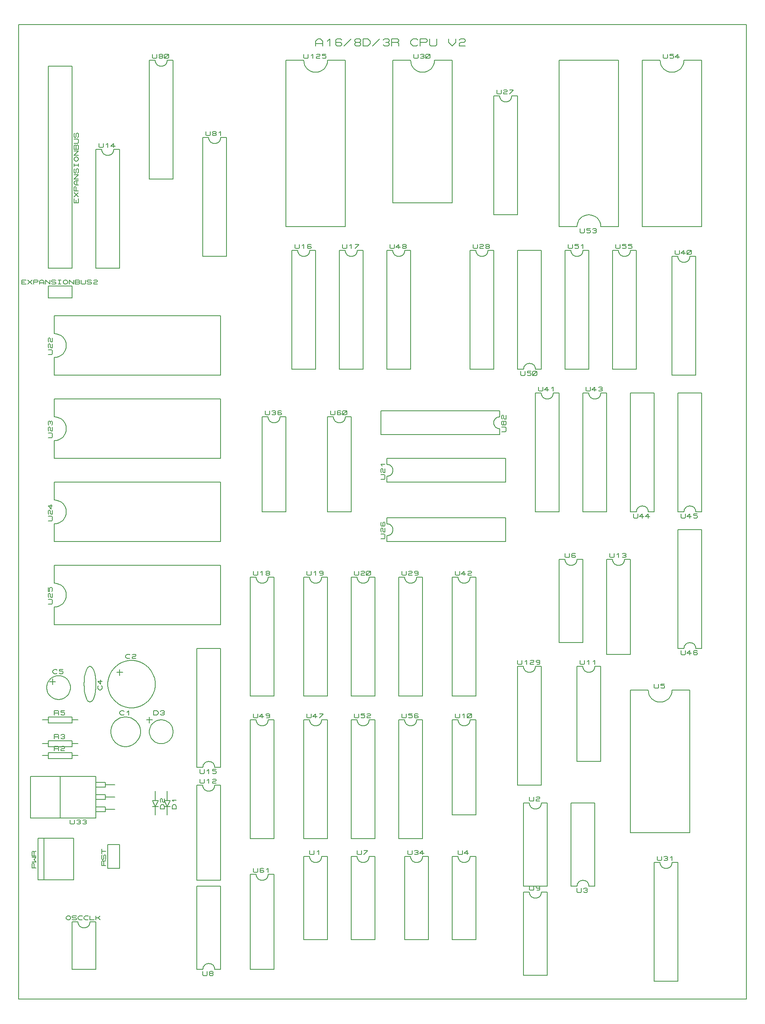
<source format=gbr>
G04 PROTEUS GERBER X2 FILE*
%TF.GenerationSoftware,Labcenter,Proteus,8.6-SP1-Build23413*%
%TF.CreationDate,2017-02-04T10:42:02+00:00*%
%TF.FileFunction,Legend,Top*%
%TF.FilePolarity,Positive*%
%TF.Part,Single*%
%FSLAX45Y45*%
%MOMM*%
G01*
%TA.AperFunction,Material*%
%ADD71C,0.203200*%
%TA.AperFunction,Profile*%
%ADD70C,0.203200*%
%TD.AperFunction*%
D71*
X-93980Y-5702300D02*
X+668020Y-5702300D01*
X+668020Y-4813300D01*
X-93980Y-4813300D01*
X-93980Y-5702300D01*
X+33020Y-5702300D02*
X+33020Y-4813300D01*
X-134620Y-5448300D02*
X-226060Y-5448300D01*
X-226060Y-5368925D01*
X-210820Y-5353050D01*
X-195580Y-5353050D01*
X-180340Y-5368925D01*
X-180340Y-5448300D01*
X-226060Y-5321300D02*
X-134620Y-5321300D01*
X-180340Y-5273675D01*
X-134620Y-5226050D01*
X-226060Y-5226050D01*
X-134620Y-5194300D02*
X-226060Y-5194300D01*
X-226060Y-5114925D01*
X-210820Y-5099050D01*
X-195580Y-5099050D01*
X-180340Y-5114925D01*
X-180340Y-5194300D01*
X-180340Y-5114925D02*
X-165100Y-5099050D01*
X-134620Y-5099050D01*
X+1397000Y-5461000D02*
X+1651000Y-5461000D01*
X+1651000Y-4953000D01*
X+1397000Y-4953000D01*
X+1397000Y-5461000D01*
X+1356360Y-5397500D02*
X+1264920Y-5397500D01*
X+1264920Y-5318125D01*
X+1280160Y-5302250D01*
X+1295400Y-5302250D01*
X+1310640Y-5318125D01*
X+1310640Y-5397500D01*
X+1310640Y-5318125D02*
X+1325880Y-5302250D01*
X+1356360Y-5302250D01*
X+1341120Y-5270500D02*
X+1356360Y-5254625D01*
X+1356360Y-5191125D01*
X+1341120Y-5175250D01*
X+1325880Y-5175250D01*
X+1310640Y-5191125D01*
X+1310640Y-5254625D01*
X+1295400Y-5270500D01*
X+1280160Y-5270500D01*
X+1264920Y-5254625D01*
X+1264920Y-5191125D01*
X+1280160Y-5175250D01*
X+1264920Y-5143500D02*
X+1264920Y-5048250D01*
X+1264920Y-5095875D02*
X+1356360Y-5095875D01*
X+381000Y-4381500D02*
X+1143000Y-4381500D01*
X+1143000Y-3492500D01*
X+381000Y-3492500D01*
X+381000Y-4381500D01*
X-254000Y-4381500D01*
X-254000Y-3492500D01*
X+381000Y-3492500D01*
X+1143000Y-3987800D02*
X+1346200Y-3987800D01*
X+1143000Y-3886200D02*
X+1346200Y-3886200D01*
X+1346200Y-3987800D02*
X+1346200Y-3886200D01*
X+1346200Y-3937000D02*
X+1549400Y-3937000D01*
X+1143000Y-4248150D02*
X+1346200Y-4248150D01*
X+1143000Y-4146550D02*
X+1346200Y-4146550D01*
X+1346200Y-4248150D02*
X+1346200Y-4146550D01*
X+1346200Y-4197350D02*
X+1549400Y-4197350D01*
X+1143000Y-3727450D02*
X+1346200Y-3727450D01*
X+1143000Y-3625850D02*
X+1346200Y-3625850D01*
X+1346200Y-3727450D02*
X+1346200Y-3625850D01*
X+1346200Y-3676650D02*
X+1549400Y-3676650D01*
X+590550Y-4422140D02*
X+590550Y-4498340D01*
X+606425Y-4513580D01*
X+669925Y-4513580D01*
X+685800Y-4498340D01*
X+685800Y-4422140D01*
X+733425Y-4437380D02*
X+749300Y-4422140D01*
X+796925Y-4422140D01*
X+812800Y-4437380D01*
X+812800Y-4452620D01*
X+796925Y-4467860D01*
X+812800Y-4483100D01*
X+812800Y-4498340D01*
X+796925Y-4513580D01*
X+749300Y-4513580D01*
X+733425Y-4498340D01*
X+765175Y-4467860D02*
X+796925Y-4467860D01*
X+860425Y-4437380D02*
X+876300Y-4422140D01*
X+923925Y-4422140D01*
X+939800Y-4437380D01*
X+939800Y-4452620D01*
X+923925Y-4467860D01*
X+939800Y-4483100D01*
X+939800Y-4498340D01*
X+923925Y-4513580D01*
X+876300Y-4513580D01*
X+860425Y-4498340D01*
X+892175Y-4467860D02*
X+923925Y-4467860D01*
X+0Y-3048000D02*
X+127000Y-3048000D01*
X+127000Y-3111500D02*
X+635000Y-3111500D01*
X+635000Y-2984500D01*
X+127000Y-2984500D01*
X+127000Y-3111500D01*
X+635000Y-3048000D02*
X+762000Y-3048000D01*
X+254000Y-2943860D02*
X+254000Y-2852420D01*
X+333375Y-2852420D01*
X+349250Y-2867660D01*
X+349250Y-2882900D01*
X+333375Y-2898140D01*
X+254000Y-2898140D01*
X+333375Y-2898140D02*
X+349250Y-2913380D01*
X+349250Y-2943860D01*
X+396875Y-2867660D02*
X+412750Y-2852420D01*
X+460375Y-2852420D01*
X+476250Y-2867660D01*
X+476250Y-2882900D01*
X+460375Y-2898140D01*
X+412750Y-2898140D01*
X+396875Y-2913380D01*
X+396875Y-2943860D01*
X+476250Y-2943860D01*
X+0Y-2794000D02*
X+127000Y-2794000D01*
X+127000Y-2857500D02*
X+635000Y-2857500D01*
X+635000Y-2730500D01*
X+127000Y-2730500D01*
X+127000Y-2857500D01*
X+635000Y-2794000D02*
X+762000Y-2794000D01*
X+254000Y-2689860D02*
X+254000Y-2598420D01*
X+333375Y-2598420D01*
X+349250Y-2613660D01*
X+349250Y-2628900D01*
X+333375Y-2644140D01*
X+254000Y-2644140D01*
X+333375Y-2644140D02*
X+349250Y-2659380D01*
X+349250Y-2689860D01*
X+396875Y-2613660D02*
X+412750Y-2598420D01*
X+460375Y-2598420D01*
X+476250Y-2613660D01*
X+476250Y-2628900D01*
X+460375Y-2644140D01*
X+476250Y-2659380D01*
X+476250Y-2674620D01*
X+460375Y-2689860D01*
X+412750Y-2689860D01*
X+396875Y-2674620D01*
X+428625Y-2644140D02*
X+460375Y-2644140D01*
X+0Y-2286000D02*
X+127000Y-2286000D01*
X+127000Y-2349500D02*
X+635000Y-2349500D01*
X+635000Y-2222500D01*
X+127000Y-2222500D01*
X+127000Y-2349500D01*
X+635000Y-2286000D02*
X+762000Y-2286000D01*
X+254000Y-2181860D02*
X+254000Y-2090420D01*
X+333375Y-2090420D01*
X+349250Y-2105660D01*
X+349250Y-2120900D01*
X+333375Y-2136140D01*
X+254000Y-2136140D01*
X+333375Y-2136140D02*
X+349250Y-2151380D01*
X+349250Y-2181860D01*
X+476250Y-2090420D02*
X+396875Y-2090420D01*
X+396875Y-2120900D01*
X+460375Y-2120900D01*
X+476250Y-2136140D01*
X+476250Y-2166620D01*
X+460375Y-2181860D01*
X+412750Y-2181860D01*
X+396875Y-2166620D01*
X+2095500Y-2540000D02*
X+2094482Y-2514601D01*
X+2086221Y-2463801D01*
X+2068994Y-2413001D01*
X+2041047Y-2362201D01*
X+1998414Y-2311474D01*
X+1947614Y-2271602D01*
X+1896814Y-2245569D01*
X+1846014Y-2229870D01*
X+1795214Y-2222967D01*
X+1778000Y-2222500D01*
X+1460500Y-2540000D02*
X+1461518Y-2514601D01*
X+1469779Y-2463801D01*
X+1487006Y-2413001D01*
X+1514953Y-2362201D01*
X+1557586Y-2311474D01*
X+1608386Y-2271602D01*
X+1659186Y-2245569D01*
X+1709986Y-2229870D01*
X+1760786Y-2222967D01*
X+1778000Y-2222500D01*
X+1460500Y-2540000D02*
X+1461518Y-2565399D01*
X+1469779Y-2616199D01*
X+1487006Y-2666999D01*
X+1514953Y-2717799D01*
X+1557586Y-2768526D01*
X+1608386Y-2808398D01*
X+1659186Y-2834431D01*
X+1709986Y-2850130D01*
X+1760786Y-2857033D01*
X+1778000Y-2857500D01*
X+2095500Y-2540000D02*
X+2094482Y-2565399D01*
X+2086221Y-2616199D01*
X+2068994Y-2666999D01*
X+2041047Y-2717799D01*
X+1998414Y-2768526D01*
X+1947614Y-2808398D01*
X+1896814Y-2834431D01*
X+1846014Y-2850130D01*
X+1795214Y-2857033D01*
X+1778000Y-2857500D01*
X+1746250Y-2166620D02*
X+1730375Y-2181860D01*
X+1682750Y-2181860D01*
X+1651000Y-2151380D01*
X+1651000Y-2120900D01*
X+1682750Y-2090420D01*
X+1730375Y-2090420D01*
X+1746250Y-2105660D01*
X+1809750Y-2120900D02*
X+1841500Y-2090420D01*
X+1841500Y-2181860D01*
X+2413000Y-1524000D02*
X+2411447Y-1484313D01*
X+2398850Y-1404938D01*
X+2372640Y-1325563D01*
X+2330305Y-1246188D01*
X+2266222Y-1166813D01*
X+2186858Y-1101365D01*
X+2107483Y-1058098D01*
X+2028108Y-1031143D01*
X+1948733Y-1017886D01*
X+1905000Y-1016000D01*
X+1397000Y-1524000D02*
X+1398553Y-1484313D01*
X+1411150Y-1404938D01*
X+1437360Y-1325563D01*
X+1479695Y-1246188D01*
X+1543778Y-1166813D01*
X+1623142Y-1101365D01*
X+1702517Y-1058098D01*
X+1781892Y-1031143D01*
X+1861267Y-1017886D01*
X+1905000Y-1016000D01*
X+1397000Y-1524000D02*
X+1398553Y-1563687D01*
X+1411150Y-1643062D01*
X+1437360Y-1722437D01*
X+1479695Y-1801812D01*
X+1543778Y-1881187D01*
X+1623142Y-1946635D01*
X+1702517Y-1989902D01*
X+1781892Y-2016857D01*
X+1861267Y-2030114D01*
X+1905000Y-2032000D01*
X+2413000Y-1524000D02*
X+2411447Y-1563687D01*
X+2398850Y-1643062D01*
X+2372640Y-1722437D01*
X+2330305Y-1801812D01*
X+2266222Y-1881187D01*
X+2186858Y-1946635D01*
X+2107483Y-1989902D01*
X+2028108Y-2016857D01*
X+1948733Y-2030114D01*
X+1905000Y-2032000D01*
X+1587500Y-1270000D02*
X+1714500Y-1270000D01*
X+1651000Y-1206500D02*
X+1651000Y-1333500D01*
X+1873250Y-960120D02*
X+1857375Y-975360D01*
X+1809750Y-975360D01*
X+1778000Y-944880D01*
X+1778000Y-914400D01*
X+1809750Y-883920D01*
X+1857375Y-883920D01*
X+1873250Y-899160D01*
X+1920875Y-899160D02*
X+1936750Y-883920D01*
X+1984375Y-883920D01*
X+2000250Y-899160D01*
X+2000250Y-914400D01*
X+1984375Y-929640D01*
X+1936750Y-929640D01*
X+1920875Y-944880D01*
X+1920875Y-975360D01*
X+2000250Y-975360D01*
X+1016000Y-1143000D02*
X+1041876Y-1150516D01*
X+1065848Y-1172170D01*
X+1087438Y-1206624D01*
X+1106170Y-1252538D01*
X+1121569Y-1308571D01*
X+1133158Y-1373386D01*
X+1140460Y-1445642D01*
X+1143000Y-1524000D01*
X+1016000Y-1905000D02*
X+1041876Y-1897380D01*
X+1065848Y-1875472D01*
X+1087438Y-1840706D01*
X+1106170Y-1794510D01*
X+1121569Y-1738312D01*
X+1133158Y-1673542D01*
X+1140460Y-1601629D01*
X+1143000Y-1524000D01*
X+1016000Y-1905000D02*
X+990124Y-1897380D01*
X+966152Y-1875472D01*
X+944562Y-1840706D01*
X+925830Y-1794510D01*
X+910431Y-1738312D01*
X+898842Y-1673542D01*
X+891540Y-1601629D01*
X+889000Y-1524000D01*
X+1016000Y-1143000D02*
X+990124Y-1150516D01*
X+966152Y-1172170D01*
X+944562Y-1206624D01*
X+925830Y-1252538D01*
X+910431Y-1308571D01*
X+898842Y-1373386D01*
X+891540Y-1445642D01*
X+889000Y-1524000D01*
X+1259840Y-1555750D02*
X+1275080Y-1571625D01*
X+1275080Y-1619250D01*
X+1244600Y-1651000D01*
X+1214120Y-1651000D01*
X+1183640Y-1619250D01*
X+1183640Y-1571625D01*
X+1198880Y-1555750D01*
X+1244600Y-1428750D02*
X+1244600Y-1524000D01*
X+1183640Y-1460500D01*
X+1275080Y-1460500D01*
X+599000Y-1595000D02*
X+598173Y-1574517D01*
X+591455Y-1533550D01*
X+577437Y-1492583D01*
X+554659Y-1451616D01*
X+519859Y-1410771D01*
X+478892Y-1379155D01*
X+437925Y-1358608D01*
X+396958Y-1346371D01*
X+355991Y-1341238D01*
X+345000Y-1341000D01*
X+91000Y-1595000D02*
X+91827Y-1574517D01*
X+98545Y-1533550D01*
X+112563Y-1492583D01*
X+135341Y-1451616D01*
X+170141Y-1410771D01*
X+211108Y-1379155D01*
X+252075Y-1358608D01*
X+293042Y-1346371D01*
X+334009Y-1341238D01*
X+345000Y-1341000D01*
X+91000Y-1595000D02*
X+91827Y-1615483D01*
X+98545Y-1656450D01*
X+112563Y-1697417D01*
X+135341Y-1738384D01*
X+170141Y-1779229D01*
X+211108Y-1810845D01*
X+252075Y-1831392D01*
X+293042Y-1843629D01*
X+334009Y-1848762D01*
X+345000Y-1849000D01*
X+599000Y-1595000D02*
X+598173Y-1615483D01*
X+591455Y-1656450D01*
X+577437Y-1697417D01*
X+554659Y-1738384D01*
X+519859Y-1779229D01*
X+478892Y-1810845D01*
X+437925Y-1831392D01*
X+396958Y-1843629D01*
X+355991Y-1848762D01*
X+345000Y-1849000D01*
X+154500Y-1468000D02*
X+281500Y-1468000D01*
X+218000Y-1404500D02*
X+218000Y-1531500D01*
X+313250Y-1285120D02*
X+297375Y-1300360D01*
X+249750Y-1300360D01*
X+218000Y-1269880D01*
X+218000Y-1239400D01*
X+249750Y-1208920D01*
X+297375Y-1208920D01*
X+313250Y-1224160D01*
X+440250Y-1208920D02*
X+360875Y-1208920D01*
X+360875Y-1239400D01*
X+424375Y-1239400D01*
X+440250Y-1254640D01*
X+440250Y-1285120D01*
X+424375Y-1300360D01*
X+376750Y-1300360D01*
X+360875Y-1285120D01*
X+2730500Y-4013200D02*
X+2603500Y-4013200D01*
X+2730500Y-4013200D02*
X+2667000Y-4140200D01*
X+2603500Y-4013200D02*
X+2667000Y-4140200D01*
X+2730500Y-4140200D02*
X+2603500Y-4140200D01*
X+2667000Y-3810000D02*
X+2667000Y-4013200D01*
X+2667000Y-4140200D02*
X+2667000Y-4318000D01*
X+2862580Y-4191000D02*
X+2771140Y-4191000D01*
X+2771140Y-4127500D01*
X+2801620Y-4095750D01*
X+2832100Y-4095750D01*
X+2862580Y-4127500D01*
X+2862580Y-4191000D01*
X+2801620Y-4032250D02*
X+2771140Y-4000500D01*
X+2862580Y-4000500D01*
X+2476500Y-4013200D02*
X+2349500Y-4013200D01*
X+2476500Y-4013200D02*
X+2413000Y-4140200D01*
X+2349500Y-4013200D02*
X+2413000Y-4140200D01*
X+2476500Y-4140200D02*
X+2349500Y-4140200D01*
X+2413000Y-3810000D02*
X+2413000Y-4013200D01*
X+2413000Y-4140200D02*
X+2413000Y-4318000D01*
X+2608580Y-4191000D02*
X+2517140Y-4191000D01*
X+2517140Y-4127500D01*
X+2547620Y-4095750D01*
X+2578100Y-4095750D01*
X+2608580Y-4127500D01*
X+2608580Y-4191000D01*
X+2532380Y-4048125D02*
X+2517140Y-4032250D01*
X+2517140Y-3984625D01*
X+2532380Y-3968750D01*
X+2547620Y-3968750D01*
X+2562860Y-3984625D01*
X+2562860Y-4032250D01*
X+2578100Y-4048125D01*
X+2608580Y-4048125D01*
X+2608580Y-3968750D01*
X+2794000Y-2540000D02*
X+2793173Y-2519517D01*
X+2786455Y-2478550D01*
X+2772437Y-2437583D01*
X+2749659Y-2396616D01*
X+2714859Y-2355771D01*
X+2673892Y-2324155D01*
X+2632925Y-2303608D01*
X+2591958Y-2291371D01*
X+2550991Y-2286238D01*
X+2540000Y-2286000D01*
X+2286000Y-2540000D02*
X+2286827Y-2519517D01*
X+2293545Y-2478550D01*
X+2307563Y-2437583D01*
X+2330341Y-2396616D01*
X+2365141Y-2355771D01*
X+2406108Y-2324155D01*
X+2447075Y-2303608D01*
X+2488042Y-2291371D01*
X+2529009Y-2286238D01*
X+2540000Y-2286000D01*
X+2286000Y-2540000D02*
X+2286827Y-2560483D01*
X+2293545Y-2601450D01*
X+2307563Y-2642417D01*
X+2330341Y-2683384D01*
X+2365141Y-2724229D01*
X+2406108Y-2755845D01*
X+2447075Y-2776392D01*
X+2488042Y-2788629D01*
X+2529009Y-2793762D01*
X+2540000Y-2794000D01*
X+2794000Y-2540000D02*
X+2793173Y-2560483D01*
X+2786455Y-2601450D01*
X+2772437Y-2642417D01*
X+2749659Y-2683384D01*
X+2714859Y-2724229D01*
X+2673892Y-2755845D01*
X+2632925Y-2776392D01*
X+2591958Y-2788629D01*
X+2550991Y-2793762D01*
X+2540000Y-2794000D01*
X+2222500Y-2286000D02*
X+2349500Y-2286000D01*
X+2286000Y-2222500D02*
X+2286000Y-2349500D01*
X+2381250Y-2181860D02*
X+2381250Y-2090420D01*
X+2444750Y-2090420D01*
X+2476500Y-2120900D01*
X+2476500Y-2151380D01*
X+2444750Y-2181860D01*
X+2381250Y-2181860D01*
X+2524125Y-2105660D02*
X+2540000Y-2090420D01*
X+2587625Y-2090420D01*
X+2603500Y-2105660D01*
X+2603500Y-2120900D01*
X+2587625Y-2136140D01*
X+2603500Y-2151380D01*
X+2603500Y-2166620D01*
X+2587625Y-2181860D01*
X+2540000Y-2181860D01*
X+2524125Y-2166620D01*
X+2555875Y-2136140D02*
X+2587625Y-2136140D01*
X+127000Y+7366000D02*
X+635000Y+7366000D01*
X+635000Y+11684000D01*
X+127000Y+11684000D01*
X+127000Y+7366000D01*
X+767080Y+8858250D02*
X+767080Y+8763000D01*
X+675640Y+8763000D01*
X+675640Y+8858250D01*
X+721360Y+8763000D02*
X+721360Y+8826500D01*
X+675640Y+8890000D02*
X+767080Y+8985250D01*
X+767080Y+8890000D02*
X+675640Y+8985250D01*
X+767080Y+9017000D02*
X+675640Y+9017000D01*
X+675640Y+9096375D01*
X+690880Y+9112250D01*
X+706120Y+9112250D01*
X+721360Y+9096375D01*
X+721360Y+9017000D01*
X+767080Y+9144000D02*
X+706120Y+9144000D01*
X+675640Y+9175750D01*
X+675640Y+9207500D01*
X+706120Y+9239250D01*
X+767080Y+9239250D01*
X+736600Y+9144000D02*
X+736600Y+9239250D01*
X+767080Y+9271000D02*
X+675640Y+9271000D01*
X+767080Y+9366250D01*
X+675640Y+9366250D01*
X+751840Y+9398000D02*
X+767080Y+9413875D01*
X+767080Y+9477375D01*
X+751840Y+9493250D01*
X+736600Y+9493250D01*
X+721360Y+9477375D01*
X+721360Y+9413875D01*
X+706120Y+9398000D01*
X+690880Y+9398000D01*
X+675640Y+9413875D01*
X+675640Y+9477375D01*
X+690880Y+9493250D01*
X+675640Y+9540875D02*
X+675640Y+9604375D01*
X+675640Y+9572625D02*
X+767080Y+9572625D01*
X+767080Y+9540875D02*
X+767080Y+9604375D01*
X+706120Y+9652000D02*
X+675640Y+9683750D01*
X+675640Y+9715500D01*
X+706120Y+9747250D01*
X+736600Y+9747250D01*
X+767080Y+9715500D01*
X+767080Y+9683750D01*
X+736600Y+9652000D01*
X+706120Y+9652000D01*
X+767080Y+9779000D02*
X+675640Y+9779000D01*
X+767080Y+9874250D01*
X+675640Y+9874250D01*
X+767080Y+9906000D02*
X+675640Y+9906000D01*
X+675640Y+9985375D01*
X+690880Y+10001250D01*
X+706120Y+10001250D01*
X+721360Y+9985375D01*
X+736600Y+10001250D01*
X+751840Y+10001250D01*
X+767080Y+9985375D01*
X+767080Y+9906000D01*
X+721360Y+9906000D02*
X+721360Y+9985375D01*
X+675640Y+10033000D02*
X+751840Y+10033000D01*
X+767080Y+10048875D01*
X+767080Y+10112375D01*
X+751840Y+10128250D01*
X+675640Y+10128250D01*
X+751840Y+10160000D02*
X+767080Y+10175875D01*
X+767080Y+10239375D01*
X+751840Y+10255250D01*
X+736600Y+10255250D01*
X+721360Y+10239375D01*
X+721360Y+10175875D01*
X+706120Y+10160000D01*
X+690880Y+10160000D01*
X+675640Y+10175875D01*
X+675640Y+10239375D01*
X+690880Y+10255250D01*
D70*
X-508000Y-8255000D02*
X+15049500Y-8255000D01*
X+15049500Y+12573000D01*
X-508000Y+12573000D01*
X-508000Y-8255000D01*
D71*
X+508000Y+5715000D02*
X+502920Y+5766752D01*
X+488315Y+5814695D01*
X+465138Y+5857875D01*
X+434340Y+5895340D01*
X+396875Y+5926138D01*
X+353695Y+5949315D01*
X+305752Y+5963920D01*
X+254000Y+5969000D01*
X+508000Y+5715000D02*
X+502920Y+5662518D01*
X+488315Y+5614233D01*
X+465138Y+5571009D01*
X+434340Y+5533708D01*
X+396875Y+5503193D01*
X+353695Y+5480328D01*
X+305752Y+5465976D01*
X+254000Y+5461000D01*
X+254000Y+5969000D02*
X+254000Y+6350000D01*
X+3810000Y+6350000D02*
X+3810000Y+5080000D01*
X+254000Y+5080000D02*
X+254000Y+5461000D01*
X+254000Y+6350000D02*
X+3810000Y+6350000D01*
X+254000Y+5080000D02*
X+3810000Y+5080000D01*
X+121920Y+5524500D02*
X+198120Y+5524500D01*
X+213360Y+5540375D01*
X+213360Y+5603875D01*
X+198120Y+5619750D01*
X+121920Y+5619750D01*
X+137160Y+5667375D02*
X+121920Y+5683250D01*
X+121920Y+5730875D01*
X+137160Y+5746750D01*
X+152400Y+5746750D01*
X+167640Y+5730875D01*
X+167640Y+5683250D01*
X+182880Y+5667375D01*
X+213360Y+5667375D01*
X+213360Y+5746750D01*
X+137160Y+5794375D02*
X+121920Y+5810250D01*
X+121920Y+5857875D01*
X+137160Y+5873750D01*
X+152400Y+5873750D01*
X+167640Y+5857875D01*
X+167640Y+5810250D01*
X+182880Y+5794375D01*
X+213360Y+5794375D01*
X+213360Y+5873750D01*
X+508000Y+3937000D02*
X+502920Y+3988752D01*
X+488315Y+4036695D01*
X+465138Y+4079875D01*
X+434340Y+4117340D01*
X+396875Y+4148138D01*
X+353695Y+4171315D01*
X+305752Y+4185920D01*
X+254000Y+4191000D01*
X+508000Y+3937000D02*
X+502920Y+3884518D01*
X+488315Y+3836233D01*
X+465138Y+3793009D01*
X+434340Y+3755708D01*
X+396875Y+3725193D01*
X+353695Y+3702328D01*
X+305752Y+3687976D01*
X+254000Y+3683000D01*
X+254000Y+4191000D02*
X+254000Y+4572000D01*
X+3810000Y+4572000D02*
X+3810000Y+3302000D01*
X+254000Y+3302000D02*
X+254000Y+3683000D01*
X+254000Y+4572000D02*
X+3810000Y+4572000D01*
X+254000Y+3302000D02*
X+3810000Y+3302000D01*
X+121920Y+3746500D02*
X+198120Y+3746500D01*
X+213360Y+3762375D01*
X+213360Y+3825875D01*
X+198120Y+3841750D01*
X+121920Y+3841750D01*
X+137160Y+3889375D02*
X+121920Y+3905250D01*
X+121920Y+3952875D01*
X+137160Y+3968750D01*
X+152400Y+3968750D01*
X+167640Y+3952875D01*
X+167640Y+3905250D01*
X+182880Y+3889375D01*
X+213360Y+3889375D01*
X+213360Y+3968750D01*
X+137160Y+4016375D02*
X+121920Y+4032250D01*
X+121920Y+4079875D01*
X+137160Y+4095750D01*
X+152400Y+4095750D01*
X+167640Y+4079875D01*
X+182880Y+4095750D01*
X+198120Y+4095750D01*
X+213360Y+4079875D01*
X+213360Y+4032250D01*
X+198120Y+4016375D01*
X+167640Y+4048125D02*
X+167640Y+4079875D01*
X+508000Y+2159000D02*
X+502920Y+2210752D01*
X+488315Y+2258695D01*
X+465138Y+2301875D01*
X+434340Y+2339340D01*
X+396875Y+2370138D01*
X+353695Y+2393315D01*
X+305752Y+2407920D01*
X+254000Y+2413000D01*
X+508000Y+2159000D02*
X+502920Y+2106518D01*
X+488315Y+2058233D01*
X+465138Y+2015009D01*
X+434340Y+1977708D01*
X+396875Y+1947193D01*
X+353695Y+1924328D01*
X+305752Y+1909976D01*
X+254000Y+1905000D01*
X+254000Y+2413000D02*
X+254000Y+2794000D01*
X+3810000Y+2794000D02*
X+3810000Y+1524000D01*
X+254000Y+1524000D02*
X+254000Y+1905000D01*
X+254000Y+2794000D02*
X+3810000Y+2794000D01*
X+254000Y+1524000D02*
X+3810000Y+1524000D01*
X+121920Y+1968500D02*
X+198120Y+1968500D01*
X+213360Y+1984375D01*
X+213360Y+2047875D01*
X+198120Y+2063750D01*
X+121920Y+2063750D01*
X+137160Y+2111375D02*
X+121920Y+2127250D01*
X+121920Y+2174875D01*
X+137160Y+2190750D01*
X+152400Y+2190750D01*
X+167640Y+2174875D01*
X+167640Y+2127250D01*
X+182880Y+2111375D01*
X+213360Y+2111375D01*
X+213360Y+2190750D01*
X+182880Y+2317750D02*
X+182880Y+2222500D01*
X+121920Y+2286000D01*
X+213360Y+2286000D01*
X+508000Y+381000D02*
X+502920Y+432752D01*
X+488315Y+480695D01*
X+465138Y+523875D01*
X+434340Y+561340D01*
X+396875Y+592138D01*
X+353695Y+615315D01*
X+305752Y+629920D01*
X+254000Y+635000D01*
X+508000Y+381000D02*
X+502920Y+328518D01*
X+488315Y+280233D01*
X+465138Y+237009D01*
X+434340Y+199708D01*
X+396875Y+169193D01*
X+353695Y+146328D01*
X+305752Y+131976D01*
X+254000Y+127000D01*
X+254000Y+635000D02*
X+254000Y+1016000D01*
X+3810000Y+1016000D02*
X+3810000Y-254000D01*
X+254000Y-254000D02*
X+254000Y+127000D01*
X+254000Y+1016000D02*
X+3810000Y+1016000D01*
X+254000Y-254000D02*
X+3810000Y-254000D01*
X+121920Y+190500D02*
X+198120Y+190500D01*
X+213360Y+206375D01*
X+213360Y+269875D01*
X+198120Y+285750D01*
X+121920Y+285750D01*
X+137160Y+333375D02*
X+121920Y+349250D01*
X+121920Y+396875D01*
X+137160Y+412750D01*
X+152400Y+412750D01*
X+167640Y+396875D01*
X+167640Y+349250D01*
X+182880Y+333375D01*
X+213360Y+333375D01*
X+213360Y+412750D01*
X+121920Y+539750D02*
X+121920Y+460375D01*
X+152400Y+460375D01*
X+152400Y+523875D01*
X+167640Y+539750D01*
X+198120Y+539750D01*
X+213360Y+523875D01*
X+213360Y+476250D01*
X+198120Y+460375D01*
X+5842000Y+11557000D02*
X+5893752Y+11562080D01*
X+5941695Y+11576685D01*
X+5984875Y+11599862D01*
X+6022340Y+11630660D01*
X+6053138Y+11668125D01*
X+6076315Y+11711305D01*
X+6090920Y+11759248D01*
X+6096000Y+11811000D01*
X+5842000Y+11557000D02*
X+5789518Y+11562080D01*
X+5741234Y+11576685D01*
X+5698009Y+11599862D01*
X+5660708Y+11630660D01*
X+5630193Y+11668125D01*
X+5607328Y+11711305D01*
X+5592976Y+11759248D01*
X+5588000Y+11811000D01*
X+6096000Y+11811000D02*
X+6477000Y+11811000D01*
X+6477000Y+8255000D02*
X+5207000Y+8255000D01*
X+5207000Y+11811000D02*
X+5588000Y+11811000D01*
X+6477000Y+11811000D02*
X+6477000Y+8255000D01*
X+5207000Y+11811000D02*
X+5207000Y+8255000D01*
X+5588000Y+11943080D02*
X+5588000Y+11866880D01*
X+5603875Y+11851640D01*
X+5667375Y+11851640D01*
X+5683250Y+11866880D01*
X+5683250Y+11943080D01*
X+5746750Y+11912600D02*
X+5778500Y+11943080D01*
X+5778500Y+11851640D01*
X+5857875Y+11927840D02*
X+5873750Y+11943080D01*
X+5921375Y+11943080D01*
X+5937250Y+11927840D01*
X+5937250Y+11912600D01*
X+5921375Y+11897360D01*
X+5873750Y+11897360D01*
X+5857875Y+11882120D01*
X+5857875Y+11851640D01*
X+5937250Y+11851640D01*
X+6064250Y+11943080D02*
X+5984875Y+11943080D01*
X+5984875Y+11912600D01*
X+6048375Y+11912600D01*
X+6064250Y+11897360D01*
X+6064250Y+11866880D01*
X+6048375Y+11851640D01*
X+6000750Y+11851640D01*
X+5984875Y+11866880D01*
X+8128000Y+11557000D02*
X+8179752Y+11562080D01*
X+8227695Y+11576685D01*
X+8270875Y+11599862D01*
X+8308340Y+11630660D01*
X+8339138Y+11668125D01*
X+8362315Y+11711305D01*
X+8376920Y+11759248D01*
X+8382000Y+11811000D01*
X+8128000Y+11557000D02*
X+8075518Y+11562080D01*
X+8027234Y+11576685D01*
X+7984009Y+11599862D01*
X+7946708Y+11630660D01*
X+7916193Y+11668125D01*
X+7893328Y+11711305D01*
X+7878976Y+11759248D01*
X+7874000Y+11811000D01*
X+8382000Y+11811000D02*
X+8763000Y+11811000D01*
X+8763000Y+8763000D01*
X+7493000Y+8763000D01*
X+7493000Y+11811000D01*
X+7874000Y+11811000D01*
X+7937500Y+11943080D02*
X+7937500Y+11866880D01*
X+7953375Y+11851640D01*
X+8016875Y+11851640D01*
X+8032750Y+11866880D01*
X+8032750Y+11943080D01*
X+8080375Y+11927840D02*
X+8096250Y+11943080D01*
X+8143875Y+11943080D01*
X+8159750Y+11927840D01*
X+8159750Y+11912600D01*
X+8143875Y+11897360D01*
X+8159750Y+11882120D01*
X+8159750Y+11866880D01*
X+8143875Y+11851640D01*
X+8096250Y+11851640D01*
X+8080375Y+11866880D01*
X+8112125Y+11897360D02*
X+8143875Y+11897360D01*
X+8191500Y+11866880D02*
X+8191500Y+11927840D01*
X+8207375Y+11943080D01*
X+8270875Y+11943080D01*
X+8286750Y+11927840D01*
X+8286750Y+11866880D01*
X+8270875Y+11851640D01*
X+8207375Y+11851640D01*
X+8191500Y+11866880D01*
X+8191500Y+11851640D02*
X+8286750Y+11943080D01*
X+11684000Y+8509000D02*
X+11632248Y+8503920D01*
X+11584305Y+8489315D01*
X+11541125Y+8466138D01*
X+11503660Y+8435340D01*
X+11472862Y+8397875D01*
X+11449685Y+8354695D01*
X+11435080Y+8306752D01*
X+11430000Y+8255000D01*
X+11684000Y+8509000D02*
X+11736482Y+8503920D01*
X+11784766Y+8489315D01*
X+11827991Y+8466138D01*
X+11865292Y+8435340D01*
X+11895807Y+8397875D01*
X+11918672Y+8354695D01*
X+11933024Y+8306752D01*
X+11938000Y+8255000D01*
X+11430000Y+8255000D02*
X+11049000Y+8255000D01*
X+11049000Y+11811000D02*
X+12319000Y+11811000D01*
X+12319000Y+8255000D02*
X+11938000Y+8255000D01*
X+11049000Y+8255000D02*
X+11049000Y+11811000D01*
X+12319000Y+8255000D02*
X+12319000Y+11811000D01*
X+11493500Y+8214360D02*
X+11493500Y+8138160D01*
X+11509375Y+8122920D01*
X+11572875Y+8122920D01*
X+11588750Y+8138160D01*
X+11588750Y+8214360D01*
X+11715750Y+8214360D02*
X+11636375Y+8214360D01*
X+11636375Y+8183880D01*
X+11699875Y+8183880D01*
X+11715750Y+8168640D01*
X+11715750Y+8138160D01*
X+11699875Y+8122920D01*
X+11652250Y+8122920D01*
X+11636375Y+8138160D01*
X+11763375Y+8199120D02*
X+11779250Y+8214360D01*
X+11826875Y+8214360D01*
X+11842750Y+8199120D01*
X+11842750Y+8183880D01*
X+11826875Y+8168640D01*
X+11842750Y+8153400D01*
X+11842750Y+8138160D01*
X+11826875Y+8122920D01*
X+11779250Y+8122920D01*
X+11763375Y+8138160D01*
X+11795125Y+8168640D02*
X+11826875Y+8168640D01*
X+13462000Y+11557000D02*
X+13513752Y+11562080D01*
X+13561695Y+11576685D01*
X+13604875Y+11599862D01*
X+13642340Y+11630660D01*
X+13673138Y+11668125D01*
X+13696315Y+11711305D01*
X+13710920Y+11759248D01*
X+13716000Y+11811000D01*
X+13462000Y+11557000D02*
X+13409518Y+11562080D01*
X+13361234Y+11576685D01*
X+13318009Y+11599862D01*
X+13280708Y+11630660D01*
X+13250193Y+11668125D01*
X+13227328Y+11711305D01*
X+13212976Y+11759248D01*
X+13208000Y+11811000D01*
X+13716000Y+11811000D02*
X+14097000Y+11811000D01*
X+14097000Y+8255000D02*
X+12827000Y+8255000D01*
X+12827000Y+11811000D02*
X+13208000Y+11811000D01*
X+14097000Y+11811000D02*
X+14097000Y+8255000D01*
X+12827000Y+11811000D02*
X+12827000Y+8255000D01*
X+13271500Y+11943080D02*
X+13271500Y+11866880D01*
X+13287375Y+11851640D01*
X+13350875Y+11851640D01*
X+13366750Y+11866880D01*
X+13366750Y+11943080D01*
X+13493750Y+11943080D02*
X+13414375Y+11943080D01*
X+13414375Y+11912600D01*
X+13477875Y+11912600D01*
X+13493750Y+11897360D01*
X+13493750Y+11866880D01*
X+13477875Y+11851640D01*
X+13430250Y+11851640D01*
X+13414375Y+11866880D01*
X+13620750Y+11882120D02*
X+13525500Y+11882120D01*
X+13589000Y+11943080D01*
X+13589000Y+11851640D01*
X+1143000Y+9906000D02*
X+1270000Y+9906000D01*
X+1397000Y+9779000D02*
X+1422876Y+9781436D01*
X+1446848Y+9788485D01*
X+1468438Y+9799762D01*
X+1487170Y+9814878D01*
X+1502569Y+9833446D01*
X+1514158Y+9855081D01*
X+1521460Y+9879394D01*
X+1524000Y+9906000D01*
X+1397000Y+9779000D02*
X+1370394Y+9781436D01*
X+1346081Y+9788485D01*
X+1324446Y+9799762D01*
X+1305878Y+9814878D01*
X+1290762Y+9833446D01*
X+1279485Y+9855081D01*
X+1272436Y+9879394D01*
X+1270000Y+9906000D01*
X+1524000Y+9906000D02*
X+1651000Y+9906000D01*
X+1143000Y+7366000D02*
X+1651000Y+7366000D01*
X+1143000Y+9906000D02*
X+1143000Y+7366000D01*
X+1651000Y+9906000D02*
X+1651000Y+7366000D01*
X+1206500Y+10038080D02*
X+1206500Y+9961880D01*
X+1222375Y+9946640D01*
X+1285875Y+9946640D01*
X+1301750Y+9961880D01*
X+1301750Y+10038080D01*
X+1365250Y+10007600D02*
X+1397000Y+10038080D01*
X+1397000Y+9946640D01*
X+1555750Y+9977120D02*
X+1460500Y+9977120D01*
X+1524000Y+10038080D01*
X+1524000Y+9946640D01*
X+2286000Y+11811000D02*
X+2413000Y+11811000D01*
X+2540000Y+11684000D02*
X+2565876Y+11686436D01*
X+2589848Y+11693485D01*
X+2611438Y+11704762D01*
X+2630170Y+11719878D01*
X+2645569Y+11738446D01*
X+2657158Y+11760081D01*
X+2664460Y+11784394D01*
X+2667000Y+11811000D01*
X+2540000Y+11684000D02*
X+2513394Y+11686436D01*
X+2489081Y+11693485D01*
X+2467446Y+11704762D01*
X+2448878Y+11719878D01*
X+2433762Y+11738446D01*
X+2422485Y+11760081D01*
X+2415436Y+11784394D01*
X+2413000Y+11811000D01*
X+2667000Y+11811000D02*
X+2794000Y+11811000D01*
X+2286000Y+9271000D02*
X+2794000Y+9271000D01*
X+2286000Y+11811000D02*
X+2286000Y+9271000D01*
X+2794000Y+11811000D02*
X+2794000Y+9271000D01*
X+2349500Y+11943080D02*
X+2349500Y+11866880D01*
X+2365375Y+11851640D01*
X+2428875Y+11851640D01*
X+2444750Y+11866880D01*
X+2444750Y+11943080D01*
X+2508250Y+11897360D02*
X+2492375Y+11912600D01*
X+2492375Y+11927840D01*
X+2508250Y+11943080D01*
X+2555875Y+11943080D01*
X+2571750Y+11927840D01*
X+2571750Y+11912600D01*
X+2555875Y+11897360D01*
X+2508250Y+11897360D01*
X+2492375Y+11882120D01*
X+2492375Y+11866880D01*
X+2508250Y+11851640D01*
X+2555875Y+11851640D01*
X+2571750Y+11866880D01*
X+2571750Y+11882120D01*
X+2555875Y+11897360D01*
X+2603500Y+11866880D02*
X+2603500Y+11927840D01*
X+2619375Y+11943080D01*
X+2682875Y+11943080D01*
X+2698750Y+11927840D01*
X+2698750Y+11866880D01*
X+2682875Y+11851640D01*
X+2619375Y+11851640D01*
X+2603500Y+11866880D01*
X+2603500Y+11851640D02*
X+2698750Y+11943080D01*
X+3810000Y-3302000D02*
X+3683000Y-3302000D01*
X+3556000Y-3175000D02*
X+3530124Y-3177436D01*
X+3506152Y-3184485D01*
X+3484562Y-3195762D01*
X+3465830Y-3210878D01*
X+3450431Y-3229446D01*
X+3438842Y-3251081D01*
X+3431540Y-3275394D01*
X+3429000Y-3302000D01*
X+3556000Y-3175000D02*
X+3582606Y-3177436D01*
X+3606919Y-3184485D01*
X+3628554Y-3195762D01*
X+3647122Y-3210878D01*
X+3662238Y-3229446D01*
X+3673515Y-3251081D01*
X+3680564Y-3275394D01*
X+3683000Y-3302000D01*
X+3429000Y-3302000D02*
X+3302000Y-3302000D01*
X+3810000Y-762000D02*
X+3302000Y-762000D01*
X+3810000Y-3302000D02*
X+3810000Y-762000D01*
X+3302000Y-3302000D02*
X+3302000Y-762000D01*
X+3365500Y-3342640D02*
X+3365500Y-3418840D01*
X+3381375Y-3434080D01*
X+3444875Y-3434080D01*
X+3460750Y-3418840D01*
X+3460750Y-3342640D01*
X+3524250Y-3373120D02*
X+3556000Y-3342640D01*
X+3556000Y-3434080D01*
X+3714750Y-3342640D02*
X+3635375Y-3342640D01*
X+3635375Y-3373120D01*
X+3698875Y-3373120D01*
X+3714750Y-3388360D01*
X+3714750Y-3418840D01*
X+3698875Y-3434080D01*
X+3651250Y-3434080D01*
X+3635375Y-3418840D01*
X+3429000Y+10160000D02*
X+3556000Y+10160000D01*
X+3683000Y+10033000D02*
X+3708876Y+10035436D01*
X+3732848Y+10042485D01*
X+3754438Y+10053762D01*
X+3773170Y+10068878D01*
X+3788569Y+10087446D01*
X+3800158Y+10109081D01*
X+3807460Y+10133394D01*
X+3810000Y+10160000D01*
X+3683000Y+10033000D02*
X+3656394Y+10035436D01*
X+3632081Y+10042485D01*
X+3610446Y+10053762D01*
X+3591878Y+10068878D01*
X+3576762Y+10087446D01*
X+3565485Y+10109081D01*
X+3558436Y+10133394D01*
X+3556000Y+10160000D01*
X+3810000Y+10160000D02*
X+3937000Y+10160000D01*
X+3429000Y+7620000D02*
X+3937000Y+7620000D01*
X+3429000Y+10160000D02*
X+3429000Y+7620000D01*
X+3937000Y+10160000D02*
X+3937000Y+7620000D01*
X+3492500Y+10292080D02*
X+3492500Y+10215880D01*
X+3508375Y+10200640D01*
X+3571875Y+10200640D01*
X+3587750Y+10215880D01*
X+3587750Y+10292080D01*
X+3651250Y+10246360D02*
X+3635375Y+10261600D01*
X+3635375Y+10276840D01*
X+3651250Y+10292080D01*
X+3698875Y+10292080D01*
X+3714750Y+10276840D01*
X+3714750Y+10261600D01*
X+3698875Y+10246360D01*
X+3651250Y+10246360D01*
X+3635375Y+10231120D01*
X+3635375Y+10215880D01*
X+3651250Y+10200640D01*
X+3698875Y+10200640D01*
X+3714750Y+10215880D01*
X+3714750Y+10231120D01*
X+3698875Y+10246360D01*
X+3778250Y+10261600D02*
X+3810000Y+10292080D01*
X+3810000Y+10200640D01*
X+5334000Y+7747000D02*
X+5461000Y+7747000D01*
X+5588000Y+7620000D02*
X+5613876Y+7622436D01*
X+5637848Y+7629485D01*
X+5659438Y+7640762D01*
X+5678170Y+7655878D01*
X+5693569Y+7674446D01*
X+5705158Y+7696081D01*
X+5712460Y+7720394D01*
X+5715000Y+7747000D01*
X+5588000Y+7620000D02*
X+5561394Y+7622436D01*
X+5537081Y+7629485D01*
X+5515446Y+7640762D01*
X+5496878Y+7655878D01*
X+5481762Y+7674446D01*
X+5470485Y+7696081D01*
X+5463436Y+7720394D01*
X+5461000Y+7747000D01*
X+5715000Y+7747000D02*
X+5842000Y+7747000D01*
X+5334000Y+5207000D02*
X+5842000Y+5207000D01*
X+5334000Y+7747000D02*
X+5334000Y+5207000D01*
X+5842000Y+7747000D02*
X+5842000Y+5207000D01*
X+5397500Y+7879080D02*
X+5397500Y+7802880D01*
X+5413375Y+7787640D01*
X+5476875Y+7787640D01*
X+5492750Y+7802880D01*
X+5492750Y+7879080D01*
X+5556250Y+7848600D02*
X+5588000Y+7879080D01*
X+5588000Y+7787640D01*
X+5746750Y+7863840D02*
X+5730875Y+7879080D01*
X+5683250Y+7879080D01*
X+5667375Y+7863840D01*
X+5667375Y+7802880D01*
X+5683250Y+7787640D01*
X+5730875Y+7787640D01*
X+5746750Y+7802880D01*
X+5746750Y+7818120D01*
X+5730875Y+7833360D01*
X+5667375Y+7833360D01*
X+6350000Y+7747000D02*
X+6477000Y+7747000D01*
X+6604000Y+7620000D02*
X+6629876Y+7622436D01*
X+6653848Y+7629485D01*
X+6675438Y+7640762D01*
X+6694170Y+7655878D01*
X+6709569Y+7674446D01*
X+6721158Y+7696081D01*
X+6728460Y+7720394D01*
X+6731000Y+7747000D01*
X+6604000Y+7620000D02*
X+6577394Y+7622436D01*
X+6553081Y+7629485D01*
X+6531446Y+7640762D01*
X+6512878Y+7655878D01*
X+6497762Y+7674446D01*
X+6486485Y+7696081D01*
X+6479436Y+7720394D01*
X+6477000Y+7747000D01*
X+6731000Y+7747000D02*
X+6858000Y+7747000D01*
X+6350000Y+5207000D02*
X+6858000Y+5207000D01*
X+6350000Y+7747000D02*
X+6350000Y+5207000D01*
X+6858000Y+7747000D02*
X+6858000Y+5207000D01*
X+6413500Y+7879080D02*
X+6413500Y+7802880D01*
X+6429375Y+7787640D01*
X+6492875Y+7787640D01*
X+6508750Y+7802880D01*
X+6508750Y+7879080D01*
X+6572250Y+7848600D02*
X+6604000Y+7879080D01*
X+6604000Y+7787640D01*
X+6683375Y+7879080D02*
X+6762750Y+7879080D01*
X+6762750Y+7863840D01*
X+6683375Y+7787640D01*
X+7366000Y+7747000D02*
X+7493000Y+7747000D01*
X+7620000Y+7620000D02*
X+7645876Y+7622436D01*
X+7669848Y+7629485D01*
X+7691438Y+7640762D01*
X+7710170Y+7655878D01*
X+7725569Y+7674446D01*
X+7737158Y+7696081D01*
X+7744460Y+7720394D01*
X+7747000Y+7747000D01*
X+7620000Y+7620000D02*
X+7593394Y+7622436D01*
X+7569081Y+7629485D01*
X+7547446Y+7640762D01*
X+7528878Y+7655878D01*
X+7513762Y+7674446D01*
X+7502485Y+7696081D01*
X+7495436Y+7720394D01*
X+7493000Y+7747000D01*
X+7747000Y+7747000D02*
X+7874000Y+7747000D01*
X+7366000Y+5207000D02*
X+7874000Y+5207000D01*
X+7366000Y+7747000D02*
X+7366000Y+5207000D01*
X+7874000Y+7747000D02*
X+7874000Y+5207000D01*
X+7429500Y+7879080D02*
X+7429500Y+7802880D01*
X+7445375Y+7787640D01*
X+7508875Y+7787640D01*
X+7524750Y+7802880D01*
X+7524750Y+7879080D01*
X+7651750Y+7818120D02*
X+7556500Y+7818120D01*
X+7620000Y+7879080D01*
X+7620000Y+7787640D01*
X+7715250Y+7833360D02*
X+7699375Y+7848600D01*
X+7699375Y+7863840D01*
X+7715250Y+7879080D01*
X+7762875Y+7879080D01*
X+7778750Y+7863840D01*
X+7778750Y+7848600D01*
X+7762875Y+7833360D01*
X+7715250Y+7833360D01*
X+7699375Y+7818120D01*
X+7699375Y+7802880D01*
X+7715250Y+7787640D01*
X+7762875Y+7787640D01*
X+7778750Y+7802880D01*
X+7778750Y+7818120D01*
X+7762875Y+7833360D01*
X+9779000Y+4318000D02*
X+9779000Y+4191000D01*
X+9652000Y+4064000D02*
X+9654436Y+4038124D01*
X+9661485Y+4014152D01*
X+9672762Y+3992562D01*
X+9687878Y+3973830D01*
X+9706446Y+3958431D01*
X+9728081Y+3946842D01*
X+9752394Y+3939540D01*
X+9779000Y+3937000D01*
X+9652000Y+4064000D02*
X+9654436Y+4090606D01*
X+9661485Y+4114919D01*
X+9672762Y+4136554D01*
X+9687878Y+4155122D01*
X+9706446Y+4170238D01*
X+9728081Y+4181515D01*
X+9752394Y+4188564D01*
X+9779000Y+4191000D01*
X+9779000Y+3937000D02*
X+9779000Y+3810000D01*
X+7239000Y+4318000D02*
X+7239000Y+3810000D01*
X+9779000Y+4318000D02*
X+7239000Y+4318000D01*
X+9779000Y+3810000D02*
X+7239000Y+3810000D01*
X+9819640Y+3873500D02*
X+9895840Y+3873500D01*
X+9911080Y+3889375D01*
X+9911080Y+3952875D01*
X+9895840Y+3968750D01*
X+9819640Y+3968750D01*
X+9865360Y+4032250D02*
X+9850120Y+4016375D01*
X+9834880Y+4016375D01*
X+9819640Y+4032250D01*
X+9819640Y+4079875D01*
X+9834880Y+4095750D01*
X+9850120Y+4095750D01*
X+9865360Y+4079875D01*
X+9865360Y+4032250D01*
X+9880600Y+4016375D01*
X+9895840Y+4016375D01*
X+9911080Y+4032250D01*
X+9911080Y+4079875D01*
X+9895840Y+4095750D01*
X+9880600Y+4095750D01*
X+9865360Y+4079875D01*
X+9834880Y+4143375D02*
X+9819640Y+4159250D01*
X+9819640Y+4206875D01*
X+9834880Y+4222750D01*
X+9850120Y+4222750D01*
X+9865360Y+4206875D01*
X+9865360Y+4159250D01*
X+9880600Y+4143375D01*
X+9911080Y+4143375D01*
X+9911080Y+4222750D01*
X+4445000Y+762000D02*
X+4572000Y+762000D01*
X+4699000Y+635000D02*
X+4724876Y+637436D01*
X+4748848Y+644485D01*
X+4770438Y+655762D01*
X+4789170Y+670878D01*
X+4804569Y+689446D01*
X+4816158Y+711081D01*
X+4823460Y+735394D01*
X+4826000Y+762000D01*
X+4699000Y+635000D02*
X+4672394Y+637436D01*
X+4648081Y+644485D01*
X+4626446Y+655762D01*
X+4607878Y+670878D01*
X+4592762Y+689446D01*
X+4581485Y+711081D01*
X+4574436Y+735394D01*
X+4572000Y+762000D01*
X+4826000Y+762000D02*
X+4953000Y+762000D01*
X+4445000Y-1778000D02*
X+4953000Y-1778000D01*
X+4445000Y+762000D02*
X+4445000Y-1778000D01*
X+4953000Y+762000D02*
X+4953000Y-1778000D01*
X+4508500Y+894080D02*
X+4508500Y+817880D01*
X+4524375Y+802640D01*
X+4587875Y+802640D01*
X+4603750Y+817880D01*
X+4603750Y+894080D01*
X+4667250Y+863600D02*
X+4699000Y+894080D01*
X+4699000Y+802640D01*
X+4794250Y+848360D02*
X+4778375Y+863600D01*
X+4778375Y+878840D01*
X+4794250Y+894080D01*
X+4841875Y+894080D01*
X+4857750Y+878840D01*
X+4857750Y+863600D01*
X+4841875Y+848360D01*
X+4794250Y+848360D01*
X+4778375Y+833120D01*
X+4778375Y+817880D01*
X+4794250Y+802640D01*
X+4841875Y+802640D01*
X+4857750Y+817880D01*
X+4857750Y+833120D01*
X+4841875Y+848360D01*
X+5588000Y+762000D02*
X+5715000Y+762000D01*
X+5842000Y+635000D02*
X+5867876Y+637436D01*
X+5891848Y+644485D01*
X+5913438Y+655762D01*
X+5932170Y+670878D01*
X+5947569Y+689446D01*
X+5959158Y+711081D01*
X+5966460Y+735394D01*
X+5969000Y+762000D01*
X+5842000Y+635000D02*
X+5815394Y+637436D01*
X+5791081Y+644485D01*
X+5769446Y+655762D01*
X+5750878Y+670878D01*
X+5735762Y+689446D01*
X+5724485Y+711081D01*
X+5717436Y+735394D01*
X+5715000Y+762000D01*
X+5969000Y+762000D02*
X+6096000Y+762000D01*
X+5588000Y-1778000D02*
X+6096000Y-1778000D01*
X+5588000Y+762000D02*
X+5588000Y-1778000D01*
X+6096000Y+762000D02*
X+6096000Y-1778000D01*
X+5651500Y+894080D02*
X+5651500Y+817880D01*
X+5667375Y+802640D01*
X+5730875Y+802640D01*
X+5746750Y+817880D01*
X+5746750Y+894080D01*
X+5810250Y+863600D02*
X+5842000Y+894080D01*
X+5842000Y+802640D01*
X+6000750Y+863600D02*
X+5984875Y+848360D01*
X+5937250Y+848360D01*
X+5921375Y+863600D01*
X+5921375Y+878840D01*
X+5937250Y+894080D01*
X+5984875Y+894080D01*
X+6000750Y+878840D01*
X+6000750Y+817880D01*
X+5984875Y+802640D01*
X+5937250Y+802640D01*
X+6604000Y+762000D02*
X+6731000Y+762000D01*
X+6858000Y+635000D02*
X+6883876Y+637436D01*
X+6907848Y+644485D01*
X+6929438Y+655762D01*
X+6948170Y+670878D01*
X+6963569Y+689446D01*
X+6975158Y+711081D01*
X+6982460Y+735394D01*
X+6985000Y+762000D01*
X+6858000Y+635000D02*
X+6831394Y+637436D01*
X+6807081Y+644485D01*
X+6785446Y+655762D01*
X+6766878Y+670878D01*
X+6751762Y+689446D01*
X+6740485Y+711081D01*
X+6733436Y+735394D01*
X+6731000Y+762000D01*
X+6985000Y+762000D02*
X+7112000Y+762000D01*
X+6604000Y-1778000D02*
X+7112000Y-1778000D01*
X+6604000Y+762000D02*
X+6604000Y-1778000D01*
X+7112000Y+762000D02*
X+7112000Y-1778000D01*
X+6667500Y+894080D02*
X+6667500Y+817880D01*
X+6683375Y+802640D01*
X+6746875Y+802640D01*
X+6762750Y+817880D01*
X+6762750Y+894080D01*
X+6810375Y+878840D02*
X+6826250Y+894080D01*
X+6873875Y+894080D01*
X+6889750Y+878840D01*
X+6889750Y+863600D01*
X+6873875Y+848360D01*
X+6826250Y+848360D01*
X+6810375Y+833120D01*
X+6810375Y+802640D01*
X+6889750Y+802640D01*
X+6921500Y+817880D02*
X+6921500Y+878840D01*
X+6937375Y+894080D01*
X+7000875Y+894080D01*
X+7016750Y+878840D01*
X+7016750Y+817880D01*
X+7000875Y+802640D01*
X+6937375Y+802640D01*
X+6921500Y+817880D01*
X+6921500Y+802640D02*
X+7016750Y+894080D01*
X+7366000Y+2794000D02*
X+7366000Y+2921000D01*
X+7493000Y+3048000D02*
X+7490564Y+3073876D01*
X+7483515Y+3097848D01*
X+7472238Y+3119438D01*
X+7457122Y+3138170D01*
X+7438554Y+3153569D01*
X+7416919Y+3165158D01*
X+7392606Y+3172460D01*
X+7366000Y+3175000D01*
X+7493000Y+3048000D02*
X+7490564Y+3021394D01*
X+7483515Y+2997081D01*
X+7472238Y+2975446D01*
X+7457122Y+2956878D01*
X+7438554Y+2941762D01*
X+7416919Y+2930485D01*
X+7392606Y+2923436D01*
X+7366000Y+2921000D01*
X+7366000Y+3175000D02*
X+7366000Y+3302000D01*
X+9906000Y+2794000D02*
X+9906000Y+3302000D01*
X+7366000Y+2794000D02*
X+9906000Y+2794000D01*
X+7366000Y+3302000D02*
X+9906000Y+3302000D01*
X+7233920Y+2857500D02*
X+7310120Y+2857500D01*
X+7325360Y+2873375D01*
X+7325360Y+2936875D01*
X+7310120Y+2952750D01*
X+7233920Y+2952750D01*
X+7249160Y+3000375D02*
X+7233920Y+3016250D01*
X+7233920Y+3063875D01*
X+7249160Y+3079750D01*
X+7264400Y+3079750D01*
X+7279640Y+3063875D01*
X+7279640Y+3016250D01*
X+7294880Y+3000375D01*
X+7325360Y+3000375D01*
X+7325360Y+3079750D01*
X+7264400Y+3143250D02*
X+7233920Y+3175000D01*
X+7325360Y+3175000D01*
X+7366000Y+1524000D02*
X+7366000Y+1651000D01*
X+7493000Y+1778000D02*
X+7490564Y+1803876D01*
X+7483515Y+1827848D01*
X+7472238Y+1849438D01*
X+7457122Y+1868170D01*
X+7438554Y+1883569D01*
X+7416919Y+1895158D01*
X+7392606Y+1902460D01*
X+7366000Y+1905000D01*
X+7493000Y+1778000D02*
X+7490564Y+1751394D01*
X+7483515Y+1727081D01*
X+7472238Y+1705446D01*
X+7457122Y+1686878D01*
X+7438554Y+1671762D01*
X+7416919Y+1660485D01*
X+7392606Y+1653436D01*
X+7366000Y+1651000D01*
X+7366000Y+1905000D02*
X+7366000Y+2032000D01*
X+9906000Y+1524000D02*
X+9906000Y+2032000D01*
X+7366000Y+1524000D02*
X+9906000Y+1524000D01*
X+7366000Y+2032000D02*
X+9906000Y+2032000D01*
X+7233920Y+1587500D02*
X+7310120Y+1587500D01*
X+7325360Y+1603375D01*
X+7325360Y+1666875D01*
X+7310120Y+1682750D01*
X+7233920Y+1682750D01*
X+7249160Y+1730375D02*
X+7233920Y+1746250D01*
X+7233920Y+1793875D01*
X+7249160Y+1809750D01*
X+7264400Y+1809750D01*
X+7279640Y+1793875D01*
X+7279640Y+1746250D01*
X+7294880Y+1730375D01*
X+7325360Y+1730375D01*
X+7325360Y+1809750D01*
X+7249160Y+1936750D02*
X+7233920Y+1920875D01*
X+7233920Y+1873250D01*
X+7249160Y+1857375D01*
X+7310120Y+1857375D01*
X+7325360Y+1873250D01*
X+7325360Y+1920875D01*
X+7310120Y+1936750D01*
X+7294880Y+1936750D01*
X+7279640Y+1920875D01*
X+7279640Y+1857375D01*
X+9652000Y+11049000D02*
X+9779000Y+11049000D01*
X+9906000Y+10922000D02*
X+9931876Y+10924436D01*
X+9955848Y+10931485D01*
X+9977438Y+10942762D01*
X+9996170Y+10957878D01*
X+10011569Y+10976446D01*
X+10023158Y+10998081D01*
X+10030460Y+11022394D01*
X+10033000Y+11049000D01*
X+9906000Y+10922000D02*
X+9879394Y+10924436D01*
X+9855081Y+10931485D01*
X+9833446Y+10942762D01*
X+9814878Y+10957878D01*
X+9799762Y+10976446D01*
X+9788485Y+10998081D01*
X+9781436Y+11022394D01*
X+9779000Y+11049000D01*
X+10033000Y+11049000D02*
X+10160000Y+11049000D01*
X+9652000Y+8509000D02*
X+10160000Y+8509000D01*
X+9652000Y+11049000D02*
X+9652000Y+8509000D01*
X+10160000Y+11049000D02*
X+10160000Y+8509000D01*
X+9715500Y+11181080D02*
X+9715500Y+11104880D01*
X+9731375Y+11089640D01*
X+9794875Y+11089640D01*
X+9810750Y+11104880D01*
X+9810750Y+11181080D01*
X+9858375Y+11165840D02*
X+9874250Y+11181080D01*
X+9921875Y+11181080D01*
X+9937750Y+11165840D01*
X+9937750Y+11150600D01*
X+9921875Y+11135360D01*
X+9874250Y+11135360D01*
X+9858375Y+11120120D01*
X+9858375Y+11089640D01*
X+9937750Y+11089640D01*
X+9985375Y+11181080D02*
X+10064750Y+11181080D01*
X+10064750Y+11165840D01*
X+9985375Y+11089640D01*
X+9144000Y+7747000D02*
X+9271000Y+7747000D01*
X+9398000Y+7620000D02*
X+9423876Y+7622436D01*
X+9447848Y+7629485D01*
X+9469438Y+7640762D01*
X+9488170Y+7655878D01*
X+9503569Y+7674446D01*
X+9515158Y+7696081D01*
X+9522460Y+7720394D01*
X+9525000Y+7747000D01*
X+9398000Y+7620000D02*
X+9371394Y+7622436D01*
X+9347081Y+7629485D01*
X+9325446Y+7640762D01*
X+9306878Y+7655878D01*
X+9291762Y+7674446D01*
X+9280485Y+7696081D01*
X+9273436Y+7720394D01*
X+9271000Y+7747000D01*
X+9525000Y+7747000D02*
X+9652000Y+7747000D01*
X+9144000Y+5207000D02*
X+9652000Y+5207000D01*
X+9144000Y+7747000D02*
X+9144000Y+5207000D01*
X+9652000Y+7747000D02*
X+9652000Y+5207000D01*
X+9207500Y+7879080D02*
X+9207500Y+7802880D01*
X+9223375Y+7787640D01*
X+9286875Y+7787640D01*
X+9302750Y+7802880D01*
X+9302750Y+7879080D01*
X+9350375Y+7863840D02*
X+9366250Y+7879080D01*
X+9413875Y+7879080D01*
X+9429750Y+7863840D01*
X+9429750Y+7848600D01*
X+9413875Y+7833360D01*
X+9366250Y+7833360D01*
X+9350375Y+7818120D01*
X+9350375Y+7787640D01*
X+9429750Y+7787640D01*
X+9493250Y+7833360D02*
X+9477375Y+7848600D01*
X+9477375Y+7863840D01*
X+9493250Y+7879080D01*
X+9540875Y+7879080D01*
X+9556750Y+7863840D01*
X+9556750Y+7848600D01*
X+9540875Y+7833360D01*
X+9493250Y+7833360D01*
X+9477375Y+7818120D01*
X+9477375Y+7802880D01*
X+9493250Y+7787640D01*
X+9540875Y+7787640D01*
X+9556750Y+7802880D01*
X+9556750Y+7818120D01*
X+9540875Y+7833360D01*
X+10668000Y+5207000D02*
X+10541000Y+5207000D01*
X+10414000Y+5334000D02*
X+10388124Y+5331564D01*
X+10364152Y+5324515D01*
X+10342562Y+5313238D01*
X+10323830Y+5298122D01*
X+10308431Y+5279554D01*
X+10296842Y+5257919D01*
X+10289540Y+5233606D01*
X+10287000Y+5207000D01*
X+10414000Y+5334000D02*
X+10440606Y+5331564D01*
X+10464919Y+5324515D01*
X+10486554Y+5313238D01*
X+10505122Y+5298122D01*
X+10520238Y+5279554D01*
X+10531515Y+5257919D01*
X+10538564Y+5233606D01*
X+10541000Y+5207000D01*
X+10287000Y+5207000D02*
X+10160000Y+5207000D01*
X+10668000Y+7747000D02*
X+10160000Y+7747000D01*
X+10668000Y+5207000D02*
X+10668000Y+7747000D01*
X+10160000Y+5207000D02*
X+10160000Y+7747000D01*
X+10223500Y+5166360D02*
X+10223500Y+5090160D01*
X+10239375Y+5074920D01*
X+10302875Y+5074920D01*
X+10318750Y+5090160D01*
X+10318750Y+5166360D01*
X+10445750Y+5166360D02*
X+10366375Y+5166360D01*
X+10366375Y+5135880D01*
X+10429875Y+5135880D01*
X+10445750Y+5120640D01*
X+10445750Y+5090160D01*
X+10429875Y+5074920D01*
X+10382250Y+5074920D01*
X+10366375Y+5090160D01*
X+10477500Y+5090160D02*
X+10477500Y+5151120D01*
X+10493375Y+5166360D01*
X+10556875Y+5166360D01*
X+10572750Y+5151120D01*
X+10572750Y+5090160D01*
X+10556875Y+5074920D01*
X+10493375Y+5074920D01*
X+10477500Y+5090160D01*
X+10477500Y+5074920D02*
X+10572750Y+5166360D01*
X+11176000Y+7747000D02*
X+11303000Y+7747000D01*
X+11430000Y+7620000D02*
X+11455876Y+7622436D01*
X+11479848Y+7629485D01*
X+11501438Y+7640762D01*
X+11520170Y+7655878D01*
X+11535569Y+7674446D01*
X+11547158Y+7696081D01*
X+11554460Y+7720394D01*
X+11557000Y+7747000D01*
X+11430000Y+7620000D02*
X+11403394Y+7622436D01*
X+11379081Y+7629485D01*
X+11357446Y+7640762D01*
X+11338878Y+7655878D01*
X+11323762Y+7674446D01*
X+11312485Y+7696081D01*
X+11305436Y+7720394D01*
X+11303000Y+7747000D01*
X+11557000Y+7747000D02*
X+11684000Y+7747000D01*
X+11176000Y+5207000D02*
X+11684000Y+5207000D01*
X+11176000Y+7747000D02*
X+11176000Y+5207000D01*
X+11684000Y+7747000D02*
X+11684000Y+5207000D01*
X+11239500Y+7879080D02*
X+11239500Y+7802880D01*
X+11255375Y+7787640D01*
X+11318875Y+7787640D01*
X+11334750Y+7802880D01*
X+11334750Y+7879080D01*
X+11461750Y+7879080D02*
X+11382375Y+7879080D01*
X+11382375Y+7848600D01*
X+11445875Y+7848600D01*
X+11461750Y+7833360D01*
X+11461750Y+7802880D01*
X+11445875Y+7787640D01*
X+11398250Y+7787640D01*
X+11382375Y+7802880D01*
X+11525250Y+7848600D02*
X+11557000Y+7879080D01*
X+11557000Y+7787640D01*
X+12192000Y+7747000D02*
X+12319000Y+7747000D01*
X+12446000Y+7620000D02*
X+12471876Y+7622436D01*
X+12495848Y+7629485D01*
X+12517438Y+7640762D01*
X+12536170Y+7655878D01*
X+12551569Y+7674446D01*
X+12563158Y+7696081D01*
X+12570460Y+7720394D01*
X+12573000Y+7747000D01*
X+12446000Y+7620000D02*
X+12419394Y+7622436D01*
X+12395081Y+7629485D01*
X+12373446Y+7640762D01*
X+12354878Y+7655878D01*
X+12339762Y+7674446D01*
X+12328485Y+7696081D01*
X+12321436Y+7720394D01*
X+12319000Y+7747000D01*
X+12573000Y+7747000D02*
X+12700000Y+7747000D01*
X+12192000Y+5207000D02*
X+12700000Y+5207000D01*
X+12192000Y+7747000D02*
X+12192000Y+5207000D01*
X+12700000Y+7747000D02*
X+12700000Y+5207000D01*
X+12255500Y+7879080D02*
X+12255500Y+7802880D01*
X+12271375Y+7787640D01*
X+12334875Y+7787640D01*
X+12350750Y+7802880D01*
X+12350750Y+7879080D01*
X+12477750Y+7879080D02*
X+12398375Y+7879080D01*
X+12398375Y+7848600D01*
X+12461875Y+7848600D01*
X+12477750Y+7833360D01*
X+12477750Y+7802880D01*
X+12461875Y+7787640D01*
X+12414250Y+7787640D01*
X+12398375Y+7802880D01*
X+12604750Y+7879080D02*
X+12525375Y+7879080D01*
X+12525375Y+7848600D01*
X+12588875Y+7848600D01*
X+12604750Y+7833360D01*
X+12604750Y+7802880D01*
X+12588875Y+7787640D01*
X+12541250Y+7787640D01*
X+12525375Y+7802880D01*
X+7620000Y+762000D02*
X+7747000Y+762000D01*
X+7874000Y+635000D02*
X+7899876Y+637436D01*
X+7923848Y+644485D01*
X+7945438Y+655762D01*
X+7964170Y+670878D01*
X+7979569Y+689446D01*
X+7991158Y+711081D01*
X+7998460Y+735394D01*
X+8001000Y+762000D01*
X+7874000Y+635000D02*
X+7847394Y+637436D01*
X+7823081Y+644485D01*
X+7801446Y+655762D01*
X+7782878Y+670878D01*
X+7767762Y+689446D01*
X+7756485Y+711081D01*
X+7749436Y+735394D01*
X+7747000Y+762000D01*
X+8001000Y+762000D02*
X+8128000Y+762000D01*
X+7620000Y-1778000D02*
X+8128000Y-1778000D01*
X+7620000Y+762000D02*
X+7620000Y-1778000D01*
X+8128000Y+762000D02*
X+8128000Y-1778000D01*
X+7683500Y+894080D02*
X+7683500Y+817880D01*
X+7699375Y+802640D01*
X+7762875Y+802640D01*
X+7778750Y+817880D01*
X+7778750Y+894080D01*
X+7826375Y+878840D02*
X+7842250Y+894080D01*
X+7889875Y+894080D01*
X+7905750Y+878840D01*
X+7905750Y+863600D01*
X+7889875Y+848360D01*
X+7842250Y+848360D01*
X+7826375Y+833120D01*
X+7826375Y+802640D01*
X+7905750Y+802640D01*
X+8032750Y+863600D02*
X+8016875Y+848360D01*
X+7969250Y+848360D01*
X+7953375Y+863600D01*
X+7953375Y+878840D01*
X+7969250Y+894080D01*
X+8016875Y+894080D01*
X+8032750Y+878840D01*
X+8032750Y+817880D01*
X+8016875Y+802640D01*
X+7969250Y+802640D01*
X+13462000Y+7620000D02*
X+13589000Y+7620000D01*
X+13716000Y+7493000D02*
X+13741876Y+7495436D01*
X+13765848Y+7502485D01*
X+13787438Y+7513762D01*
X+13806170Y+7528878D01*
X+13821569Y+7547446D01*
X+13833158Y+7569081D01*
X+13840460Y+7593394D01*
X+13843000Y+7620000D01*
X+13716000Y+7493000D02*
X+13689394Y+7495436D01*
X+13665081Y+7502485D01*
X+13643446Y+7513762D01*
X+13624878Y+7528878D01*
X+13609762Y+7547446D01*
X+13598485Y+7569081D01*
X+13591436Y+7593394D01*
X+13589000Y+7620000D01*
X+13843000Y+7620000D02*
X+13970000Y+7620000D01*
X+13462000Y+5080000D02*
X+13970000Y+5080000D01*
X+13462000Y+7620000D02*
X+13462000Y+5080000D01*
X+13970000Y+7620000D02*
X+13970000Y+5080000D01*
X+13525500Y+7752080D02*
X+13525500Y+7675880D01*
X+13541375Y+7660640D01*
X+13604875Y+7660640D01*
X+13620750Y+7675880D01*
X+13620750Y+7752080D01*
X+13747750Y+7691120D02*
X+13652500Y+7691120D01*
X+13716000Y+7752080D01*
X+13716000Y+7660640D01*
X+13779500Y+7675880D02*
X+13779500Y+7736840D01*
X+13795375Y+7752080D01*
X+13858875Y+7752080D01*
X+13874750Y+7736840D01*
X+13874750Y+7675880D01*
X+13858875Y+7660640D01*
X+13795375Y+7660640D01*
X+13779500Y+7675880D01*
X+13779500Y+7660640D02*
X+13874750Y+7752080D01*
X+10541000Y+4699000D02*
X+10668000Y+4699000D01*
X+10795000Y+4572000D02*
X+10820876Y+4574436D01*
X+10844848Y+4581485D01*
X+10866438Y+4592762D01*
X+10885170Y+4607878D01*
X+10900569Y+4626446D01*
X+10912158Y+4648081D01*
X+10919460Y+4672394D01*
X+10922000Y+4699000D01*
X+10795000Y+4572000D02*
X+10768394Y+4574436D01*
X+10744081Y+4581485D01*
X+10722446Y+4592762D01*
X+10703878Y+4607878D01*
X+10688762Y+4626446D01*
X+10677485Y+4648081D01*
X+10670436Y+4672394D01*
X+10668000Y+4699000D01*
X+10922000Y+4699000D02*
X+11049000Y+4699000D01*
X+10541000Y+2159000D02*
X+11049000Y+2159000D01*
X+10541000Y+4699000D02*
X+10541000Y+2159000D01*
X+11049000Y+4699000D02*
X+11049000Y+2159000D01*
X+10604500Y+4831080D02*
X+10604500Y+4754880D01*
X+10620375Y+4739640D01*
X+10683875Y+4739640D01*
X+10699750Y+4754880D01*
X+10699750Y+4831080D01*
X+10826750Y+4770120D02*
X+10731500Y+4770120D01*
X+10795000Y+4831080D01*
X+10795000Y+4739640D01*
X+10890250Y+4800600D02*
X+10922000Y+4831080D01*
X+10922000Y+4739640D01*
X+8763000Y+762000D02*
X+8890000Y+762000D01*
X+9017000Y+635000D02*
X+9042876Y+637436D01*
X+9066848Y+644485D01*
X+9088438Y+655762D01*
X+9107170Y+670878D01*
X+9122569Y+689446D01*
X+9134158Y+711081D01*
X+9141460Y+735394D01*
X+9144000Y+762000D01*
X+9017000Y+635000D02*
X+8990394Y+637436D01*
X+8966081Y+644485D01*
X+8944446Y+655762D01*
X+8925878Y+670878D01*
X+8910762Y+689446D01*
X+8899485Y+711081D01*
X+8892436Y+735394D01*
X+8890000Y+762000D01*
X+9144000Y+762000D02*
X+9271000Y+762000D01*
X+8763000Y-1778000D02*
X+9271000Y-1778000D01*
X+8763000Y+762000D02*
X+8763000Y-1778000D01*
X+9271000Y+762000D02*
X+9271000Y-1778000D01*
X+8826500Y+894080D02*
X+8826500Y+817880D01*
X+8842375Y+802640D01*
X+8905875Y+802640D01*
X+8921750Y+817880D01*
X+8921750Y+894080D01*
X+9048750Y+833120D02*
X+8953500Y+833120D01*
X+9017000Y+894080D01*
X+9017000Y+802640D01*
X+9096375Y+878840D02*
X+9112250Y+894080D01*
X+9159875Y+894080D01*
X+9175750Y+878840D01*
X+9175750Y+863600D01*
X+9159875Y+848360D01*
X+9112250Y+848360D01*
X+9096375Y+833120D01*
X+9096375Y+802640D01*
X+9175750Y+802640D01*
X+11557000Y+4699000D02*
X+11684000Y+4699000D01*
X+11811000Y+4572000D02*
X+11836876Y+4574436D01*
X+11860848Y+4581485D01*
X+11882438Y+4592762D01*
X+11901170Y+4607878D01*
X+11916569Y+4626446D01*
X+11928158Y+4648081D01*
X+11935460Y+4672394D01*
X+11938000Y+4699000D01*
X+11811000Y+4572000D02*
X+11784394Y+4574436D01*
X+11760081Y+4581485D01*
X+11738446Y+4592762D01*
X+11719878Y+4607878D01*
X+11704762Y+4626446D01*
X+11693485Y+4648081D01*
X+11686436Y+4672394D01*
X+11684000Y+4699000D01*
X+11938000Y+4699000D02*
X+12065000Y+4699000D01*
X+11557000Y+2159000D02*
X+12065000Y+2159000D01*
X+11557000Y+4699000D02*
X+11557000Y+2159000D01*
X+12065000Y+4699000D02*
X+12065000Y+2159000D01*
X+11620500Y+4831080D02*
X+11620500Y+4754880D01*
X+11636375Y+4739640D01*
X+11699875Y+4739640D01*
X+11715750Y+4754880D01*
X+11715750Y+4831080D01*
X+11842750Y+4770120D02*
X+11747500Y+4770120D01*
X+11811000Y+4831080D01*
X+11811000Y+4739640D01*
X+11890375Y+4815840D02*
X+11906250Y+4831080D01*
X+11953875Y+4831080D01*
X+11969750Y+4815840D01*
X+11969750Y+4800600D01*
X+11953875Y+4785360D01*
X+11969750Y+4770120D01*
X+11969750Y+4754880D01*
X+11953875Y+4739640D01*
X+11906250Y+4739640D01*
X+11890375Y+4754880D01*
X+11922125Y+4785360D02*
X+11953875Y+4785360D01*
X+13081000Y+2159000D02*
X+12954000Y+2159000D01*
X+12827000Y+2286000D02*
X+12801124Y+2283564D01*
X+12777152Y+2276515D01*
X+12755562Y+2265238D01*
X+12736830Y+2250122D01*
X+12721431Y+2231554D01*
X+12709842Y+2209919D01*
X+12702540Y+2185606D01*
X+12700000Y+2159000D01*
X+12827000Y+2286000D02*
X+12853606Y+2283564D01*
X+12877919Y+2276515D01*
X+12899554Y+2265238D01*
X+12918122Y+2250122D01*
X+12933238Y+2231554D01*
X+12944515Y+2209919D01*
X+12951564Y+2185606D01*
X+12954000Y+2159000D01*
X+12700000Y+2159000D02*
X+12573000Y+2159000D01*
X+13081000Y+4699000D02*
X+12573000Y+4699000D01*
X+13081000Y+2159000D02*
X+13081000Y+4699000D01*
X+12573000Y+2159000D02*
X+12573000Y+4699000D01*
X+12636500Y+2118360D02*
X+12636500Y+2042160D01*
X+12652375Y+2026920D01*
X+12715875Y+2026920D01*
X+12731750Y+2042160D01*
X+12731750Y+2118360D01*
X+12858750Y+2057400D02*
X+12763500Y+2057400D01*
X+12827000Y+2118360D01*
X+12827000Y+2026920D01*
X+12985750Y+2057400D02*
X+12890500Y+2057400D01*
X+12954000Y+2118360D01*
X+12954000Y+2026920D01*
X+14097000Y+2159000D02*
X+13970000Y+2159000D01*
X+13843000Y+2286000D02*
X+13817124Y+2283564D01*
X+13793152Y+2276515D01*
X+13771562Y+2265238D01*
X+13752830Y+2250122D01*
X+13737431Y+2231554D01*
X+13725842Y+2209919D01*
X+13718540Y+2185606D01*
X+13716000Y+2159000D01*
X+13843000Y+2286000D02*
X+13869606Y+2283564D01*
X+13893919Y+2276515D01*
X+13915554Y+2265238D01*
X+13934122Y+2250122D01*
X+13949238Y+2231554D01*
X+13960515Y+2209919D01*
X+13967564Y+2185606D01*
X+13970000Y+2159000D01*
X+13716000Y+2159000D02*
X+13589000Y+2159000D01*
X+14097000Y+4699000D02*
X+13589000Y+4699000D01*
X+14097000Y+2159000D02*
X+14097000Y+4699000D01*
X+13589000Y+2159000D02*
X+13589000Y+4699000D01*
X+13652500Y+2118360D02*
X+13652500Y+2042160D01*
X+13668375Y+2026920D01*
X+13731875Y+2026920D01*
X+13747750Y+2042160D01*
X+13747750Y+2118360D01*
X+13874750Y+2057400D02*
X+13779500Y+2057400D01*
X+13843000Y+2118360D01*
X+13843000Y+2026920D01*
X+14001750Y+2118360D02*
X+13922375Y+2118360D01*
X+13922375Y+2087880D01*
X+13985875Y+2087880D01*
X+14001750Y+2072640D01*
X+14001750Y+2042160D01*
X+13985875Y+2026920D01*
X+13938250Y+2026920D01*
X+13922375Y+2042160D01*
X+14097000Y-762000D02*
X+13970000Y-762000D01*
X+13843000Y-635000D02*
X+13817124Y-637436D01*
X+13793152Y-644485D01*
X+13771562Y-655762D01*
X+13752830Y-670878D01*
X+13737431Y-689446D01*
X+13725842Y-711081D01*
X+13718540Y-735394D01*
X+13716000Y-762000D01*
X+13843000Y-635000D02*
X+13869606Y-637436D01*
X+13893919Y-644485D01*
X+13915554Y-655762D01*
X+13934122Y-670878D01*
X+13949238Y-689446D01*
X+13960515Y-711081D01*
X+13967564Y-735394D01*
X+13970000Y-762000D01*
X+13716000Y-762000D02*
X+13589000Y-762000D01*
X+14097000Y+1778000D02*
X+13589000Y+1778000D01*
X+14097000Y-762000D02*
X+14097000Y+1778000D01*
X+13589000Y-762000D02*
X+13589000Y+1778000D01*
X+13652500Y-802640D02*
X+13652500Y-878840D01*
X+13668375Y-894080D01*
X+13731875Y-894080D01*
X+13747750Y-878840D01*
X+13747750Y-802640D01*
X+13874750Y-863600D02*
X+13779500Y-863600D01*
X+13843000Y-802640D01*
X+13843000Y-894080D01*
X+14001750Y-817880D02*
X+13985875Y-802640D01*
X+13938250Y-802640D01*
X+13922375Y-817880D01*
X+13922375Y-878840D01*
X+13938250Y-894080D01*
X+13985875Y-894080D01*
X+14001750Y-878840D01*
X+14001750Y-863600D01*
X+13985875Y-848360D01*
X+13922375Y-848360D01*
X+5588000Y-2286000D02*
X+5715000Y-2286000D01*
X+5842000Y-2413000D02*
X+5867876Y-2410564D01*
X+5891848Y-2403515D01*
X+5913438Y-2392238D01*
X+5932170Y-2377122D01*
X+5947569Y-2358554D01*
X+5959158Y-2336919D01*
X+5966460Y-2312606D01*
X+5969000Y-2286000D01*
X+5842000Y-2413000D02*
X+5815394Y-2410564D01*
X+5791081Y-2403515D01*
X+5769446Y-2392238D01*
X+5750878Y-2377122D01*
X+5735762Y-2358554D01*
X+5724485Y-2336919D01*
X+5717436Y-2312606D01*
X+5715000Y-2286000D01*
X+5969000Y-2286000D02*
X+6096000Y-2286000D01*
X+5588000Y-4826000D02*
X+6096000Y-4826000D01*
X+5588000Y-2286000D02*
X+5588000Y-4826000D01*
X+6096000Y-2286000D02*
X+6096000Y-4826000D01*
X+5651500Y-2153920D02*
X+5651500Y-2230120D01*
X+5667375Y-2245360D01*
X+5730875Y-2245360D01*
X+5746750Y-2230120D01*
X+5746750Y-2153920D01*
X+5873750Y-2214880D02*
X+5778500Y-2214880D01*
X+5842000Y-2153920D01*
X+5842000Y-2245360D01*
X+5921375Y-2153920D02*
X+6000750Y-2153920D01*
X+6000750Y-2169160D01*
X+5921375Y-2245360D01*
X+4445000Y-2286000D02*
X+4572000Y-2286000D01*
X+4699000Y-2413000D02*
X+4724876Y-2410564D01*
X+4748848Y-2403515D01*
X+4770438Y-2392238D01*
X+4789170Y-2377122D01*
X+4804569Y-2358554D01*
X+4816158Y-2336919D01*
X+4823460Y-2312606D01*
X+4826000Y-2286000D01*
X+4699000Y-2413000D02*
X+4672394Y-2410564D01*
X+4648081Y-2403515D01*
X+4626446Y-2392238D01*
X+4607878Y-2377122D01*
X+4592762Y-2358554D01*
X+4581485Y-2336919D01*
X+4574436Y-2312606D01*
X+4572000Y-2286000D01*
X+4826000Y-2286000D02*
X+4953000Y-2286000D01*
X+4445000Y-4826000D02*
X+4953000Y-4826000D01*
X+4445000Y-2286000D02*
X+4445000Y-4826000D01*
X+4953000Y-2286000D02*
X+4953000Y-4826000D01*
X+4508500Y-2153920D02*
X+4508500Y-2230120D01*
X+4524375Y-2245360D01*
X+4587875Y-2245360D01*
X+4603750Y-2230120D01*
X+4603750Y-2153920D01*
X+4730750Y-2214880D02*
X+4635500Y-2214880D01*
X+4699000Y-2153920D01*
X+4699000Y-2245360D01*
X+4857750Y-2184400D02*
X+4841875Y-2199640D01*
X+4794250Y-2199640D01*
X+4778375Y-2184400D01*
X+4778375Y-2169160D01*
X+4794250Y-2153920D01*
X+4841875Y-2153920D01*
X+4857750Y-2169160D01*
X+4857750Y-2230120D01*
X+4841875Y-2245360D01*
X+4794250Y-2245360D01*
X+6604000Y-2286000D02*
X+6731000Y-2286000D01*
X+6858000Y-2413000D02*
X+6883876Y-2410564D01*
X+6907848Y-2403515D01*
X+6929438Y-2392238D01*
X+6948170Y-2377122D01*
X+6963569Y-2358554D01*
X+6975158Y-2336919D01*
X+6982460Y-2312606D01*
X+6985000Y-2286000D01*
X+6858000Y-2413000D02*
X+6831394Y-2410564D01*
X+6807081Y-2403515D01*
X+6785446Y-2392238D01*
X+6766878Y-2377122D01*
X+6751762Y-2358554D01*
X+6740485Y-2336919D01*
X+6733436Y-2312606D01*
X+6731000Y-2286000D01*
X+6985000Y-2286000D02*
X+7112000Y-2286000D01*
X+6604000Y-4826000D02*
X+7112000Y-4826000D01*
X+6604000Y-2286000D02*
X+6604000Y-4826000D01*
X+7112000Y-2286000D02*
X+7112000Y-4826000D01*
X+6667500Y-2153920D02*
X+6667500Y-2230120D01*
X+6683375Y-2245360D01*
X+6746875Y-2245360D01*
X+6762750Y-2230120D01*
X+6762750Y-2153920D01*
X+6889750Y-2153920D02*
X+6810375Y-2153920D01*
X+6810375Y-2184400D01*
X+6873875Y-2184400D01*
X+6889750Y-2199640D01*
X+6889750Y-2230120D01*
X+6873875Y-2245360D01*
X+6826250Y-2245360D01*
X+6810375Y-2230120D01*
X+6937375Y-2169160D02*
X+6953250Y-2153920D01*
X+7000875Y-2153920D01*
X+7016750Y-2169160D01*
X+7016750Y-2184400D01*
X+7000875Y-2199640D01*
X+6953250Y-2199640D01*
X+6937375Y-2214880D01*
X+6937375Y-2245360D01*
X+7016750Y-2245360D01*
X+7620000Y-2286000D02*
X+7747000Y-2286000D01*
X+7874000Y-2413000D02*
X+7899876Y-2410564D01*
X+7923848Y-2403515D01*
X+7945438Y-2392238D01*
X+7964170Y-2377122D01*
X+7979569Y-2358554D01*
X+7991158Y-2336919D01*
X+7998460Y-2312606D01*
X+8001000Y-2286000D01*
X+7874000Y-2413000D02*
X+7847394Y-2410564D01*
X+7823081Y-2403515D01*
X+7801446Y-2392238D01*
X+7782878Y-2377122D01*
X+7767762Y-2358554D01*
X+7756485Y-2336919D01*
X+7749436Y-2312606D01*
X+7747000Y-2286000D01*
X+8001000Y-2286000D02*
X+8128000Y-2286000D01*
X+7620000Y-4826000D02*
X+8128000Y-4826000D01*
X+7620000Y-2286000D02*
X+7620000Y-4826000D01*
X+8128000Y-2286000D02*
X+8128000Y-4826000D01*
X+7683500Y-2153920D02*
X+7683500Y-2230120D01*
X+7699375Y-2245360D01*
X+7762875Y-2245360D01*
X+7778750Y-2230120D01*
X+7778750Y-2153920D01*
X+7905750Y-2153920D02*
X+7826375Y-2153920D01*
X+7826375Y-2184400D01*
X+7889875Y-2184400D01*
X+7905750Y-2199640D01*
X+7905750Y-2230120D01*
X+7889875Y-2245360D01*
X+7842250Y-2245360D01*
X+7826375Y-2230120D01*
X+8032750Y-2169160D02*
X+8016875Y-2153920D01*
X+7969250Y-2153920D01*
X+7953375Y-2169160D01*
X+7953375Y-2230120D01*
X+7969250Y-2245360D01*
X+8016875Y-2245360D01*
X+8032750Y-2230120D01*
X+8032750Y-2214880D01*
X+8016875Y-2199640D01*
X+7953375Y-2199640D01*
X+10160000Y-1143000D02*
X+10287000Y-1143000D01*
X+10414000Y-1270000D02*
X+10439876Y-1267564D01*
X+10463848Y-1260515D01*
X+10485438Y-1249238D01*
X+10504170Y-1234122D01*
X+10519569Y-1215554D01*
X+10531158Y-1193919D01*
X+10538460Y-1169606D01*
X+10541000Y-1143000D01*
X+10414000Y-1270000D02*
X+10387394Y-1267564D01*
X+10363081Y-1260515D01*
X+10341446Y-1249238D01*
X+10322878Y-1234122D01*
X+10307762Y-1215554D01*
X+10296485Y-1193919D01*
X+10289436Y-1169606D01*
X+10287000Y-1143000D01*
X+10541000Y-1143000D02*
X+10668000Y-1143000D01*
X+10160000Y-3683000D02*
X+10668000Y-3683000D01*
X+10160000Y-1143000D02*
X+10160000Y-3683000D01*
X+10668000Y-1143000D02*
X+10668000Y-3683000D01*
X+10160000Y-1010920D02*
X+10160000Y-1087120D01*
X+10175875Y-1102360D01*
X+10239375Y-1102360D01*
X+10255250Y-1087120D01*
X+10255250Y-1010920D01*
X+10318750Y-1041400D02*
X+10350500Y-1010920D01*
X+10350500Y-1102360D01*
X+10429875Y-1026160D02*
X+10445750Y-1010920D01*
X+10493375Y-1010920D01*
X+10509250Y-1026160D01*
X+10509250Y-1041400D01*
X+10493375Y-1056640D01*
X+10445750Y-1056640D01*
X+10429875Y-1071880D01*
X+10429875Y-1102360D01*
X+10509250Y-1102360D01*
X+10636250Y-1041400D02*
X+10620375Y-1056640D01*
X+10572750Y-1056640D01*
X+10556875Y-1041400D01*
X+10556875Y-1026160D01*
X+10572750Y-1010920D01*
X+10620375Y-1010920D01*
X+10636250Y-1026160D01*
X+10636250Y-1087120D01*
X+10620375Y-1102360D01*
X+10572750Y-1102360D01*
X+8763000Y-2286000D02*
X+8890000Y-2286000D01*
X+9017000Y-2413000D02*
X+9042876Y-2410564D01*
X+9066848Y-2403515D01*
X+9088438Y-2392238D01*
X+9107170Y-2377122D01*
X+9122569Y-2358554D01*
X+9134158Y-2336919D01*
X+9141460Y-2312606D01*
X+9144000Y-2286000D01*
X+9017000Y-2413000D02*
X+8990394Y-2410564D01*
X+8966081Y-2403515D01*
X+8944446Y-2392238D01*
X+8925878Y-2377122D01*
X+8910762Y-2358554D01*
X+8899485Y-2336919D01*
X+8892436Y-2312606D01*
X+8890000Y-2286000D01*
X+9144000Y-2286000D02*
X+9271000Y-2286000D01*
X+8763000Y-4318000D02*
X+9271000Y-4318000D01*
X+8763000Y-2286000D02*
X+8763000Y-4318000D01*
X+9271000Y-4318000D02*
X+9271000Y-2286000D01*
X+8826500Y-2153920D02*
X+8826500Y-2230120D01*
X+8842375Y-2245360D01*
X+8905875Y-2245360D01*
X+8921750Y-2230120D01*
X+8921750Y-2153920D01*
X+8985250Y-2184400D02*
X+9017000Y-2153920D01*
X+9017000Y-2245360D01*
X+9080500Y-2230120D02*
X+9080500Y-2169160D01*
X+9096375Y-2153920D01*
X+9159875Y-2153920D01*
X+9175750Y-2169160D01*
X+9175750Y-2230120D01*
X+9159875Y-2245360D01*
X+9096375Y-2245360D01*
X+9080500Y-2230120D01*
X+9080500Y-2245360D02*
X+9175750Y-2153920D01*
X+11430000Y-1143000D02*
X+11557000Y-1143000D01*
X+11684000Y-1270000D02*
X+11709876Y-1267564D01*
X+11733848Y-1260515D01*
X+11755438Y-1249238D01*
X+11774170Y-1234122D01*
X+11789569Y-1215554D01*
X+11801158Y-1193919D01*
X+11808460Y-1169606D01*
X+11811000Y-1143000D01*
X+11684000Y-1270000D02*
X+11657394Y-1267564D01*
X+11633081Y-1260515D01*
X+11611446Y-1249238D01*
X+11592878Y-1234122D01*
X+11577762Y-1215554D01*
X+11566485Y-1193919D01*
X+11559436Y-1169606D01*
X+11557000Y-1143000D01*
X+11811000Y-1143000D02*
X+11938000Y-1143000D01*
X+11430000Y-3175000D02*
X+11938000Y-3175000D01*
X+11430000Y-1143000D02*
X+11430000Y-3175000D01*
X+11938000Y-3175000D02*
X+11938000Y-1143000D01*
X+11493500Y-1010920D02*
X+11493500Y-1087120D01*
X+11509375Y-1102360D01*
X+11572875Y-1102360D01*
X+11588750Y-1087120D01*
X+11588750Y-1010920D01*
X+11652250Y-1041400D02*
X+11684000Y-1010920D01*
X+11684000Y-1102360D01*
X+11779250Y-1041400D02*
X+11811000Y-1010920D01*
X+11811000Y-1102360D01*
X+3302000Y-3683000D02*
X+3429000Y-3683000D01*
X+3556000Y-3810000D02*
X+3581876Y-3807564D01*
X+3605848Y-3800515D01*
X+3627438Y-3789238D01*
X+3646170Y-3774122D01*
X+3661569Y-3755554D01*
X+3673158Y-3733919D01*
X+3680460Y-3709606D01*
X+3683000Y-3683000D01*
X+3556000Y-3810000D02*
X+3529394Y-3807564D01*
X+3505081Y-3800515D01*
X+3483446Y-3789238D01*
X+3464878Y-3774122D01*
X+3449762Y-3755554D01*
X+3438485Y-3733919D01*
X+3431436Y-3709606D01*
X+3429000Y-3683000D01*
X+3683000Y-3683000D02*
X+3810000Y-3683000D01*
X+3302000Y-5715000D02*
X+3810000Y-5715000D01*
X+3302000Y-3683000D02*
X+3302000Y-5715000D01*
X+3810000Y-5715000D02*
X+3810000Y-3683000D01*
X+3365500Y-3550920D02*
X+3365500Y-3627120D01*
X+3381375Y-3642360D01*
X+3444875Y-3642360D01*
X+3460750Y-3627120D01*
X+3460750Y-3550920D01*
X+3524250Y-3581400D02*
X+3556000Y-3550920D01*
X+3556000Y-3642360D01*
X+3635375Y-3566160D02*
X+3651250Y-3550920D01*
X+3698875Y-3550920D01*
X+3714750Y-3566160D01*
X+3714750Y-3581400D01*
X+3698875Y-3596640D01*
X+3651250Y-3596640D01*
X+3635375Y-3611880D01*
X+3635375Y-3642360D01*
X+3714750Y-3642360D01*
X+12065000Y+1143000D02*
X+12192000Y+1143000D01*
X+12319000Y+1016000D02*
X+12344876Y+1018436D01*
X+12368848Y+1025485D01*
X+12390438Y+1036762D01*
X+12409170Y+1051878D01*
X+12424569Y+1070446D01*
X+12436158Y+1092081D01*
X+12443460Y+1116394D01*
X+12446000Y+1143000D01*
X+12319000Y+1016000D02*
X+12292394Y+1018436D01*
X+12268081Y+1025485D01*
X+12246446Y+1036762D01*
X+12227878Y+1051878D01*
X+12212762Y+1070446D01*
X+12201485Y+1092081D01*
X+12194436Y+1116394D01*
X+12192000Y+1143000D01*
X+12446000Y+1143000D02*
X+12573000Y+1143000D01*
X+12065000Y-889000D02*
X+12573000Y-889000D01*
X+12065000Y+1143000D02*
X+12065000Y-889000D01*
X+12573000Y-889000D02*
X+12573000Y+1143000D01*
X+12128500Y+1275080D02*
X+12128500Y+1198880D01*
X+12144375Y+1183640D01*
X+12207875Y+1183640D01*
X+12223750Y+1198880D01*
X+12223750Y+1275080D01*
X+12287250Y+1244600D02*
X+12319000Y+1275080D01*
X+12319000Y+1183640D01*
X+12398375Y+1259840D02*
X+12414250Y+1275080D01*
X+12461875Y+1275080D01*
X+12477750Y+1259840D01*
X+12477750Y+1244600D01*
X+12461875Y+1229360D01*
X+12477750Y+1214120D01*
X+12477750Y+1198880D01*
X+12461875Y+1183640D01*
X+12414250Y+1183640D01*
X+12398375Y+1198880D01*
X+12430125Y+1229360D02*
X+12461875Y+1229360D01*
X+4699000Y+4191000D02*
X+4826000Y+4191000D01*
X+4953000Y+4064000D02*
X+4978876Y+4066436D01*
X+5002848Y+4073485D01*
X+5024438Y+4084762D01*
X+5043170Y+4099878D01*
X+5058569Y+4118446D01*
X+5070158Y+4140081D01*
X+5077460Y+4164394D01*
X+5080000Y+4191000D01*
X+4953000Y+4064000D02*
X+4926394Y+4066436D01*
X+4902081Y+4073485D01*
X+4880446Y+4084762D01*
X+4861878Y+4099878D01*
X+4846762Y+4118446D01*
X+4835485Y+4140081D01*
X+4828436Y+4164394D01*
X+4826000Y+4191000D01*
X+5080000Y+4191000D02*
X+5207000Y+4191000D01*
X+4699000Y+2159000D02*
X+5207000Y+2159000D01*
X+4699000Y+4191000D02*
X+4699000Y+2159000D01*
X+5207000Y+2159000D02*
X+5207000Y+4191000D01*
X+4762500Y+4323080D02*
X+4762500Y+4246880D01*
X+4778375Y+4231640D01*
X+4841875Y+4231640D01*
X+4857750Y+4246880D01*
X+4857750Y+4323080D01*
X+4905375Y+4307840D02*
X+4921250Y+4323080D01*
X+4968875Y+4323080D01*
X+4984750Y+4307840D01*
X+4984750Y+4292600D01*
X+4968875Y+4277360D01*
X+4984750Y+4262120D01*
X+4984750Y+4246880D01*
X+4968875Y+4231640D01*
X+4921250Y+4231640D01*
X+4905375Y+4246880D01*
X+4937125Y+4277360D02*
X+4968875Y+4277360D01*
X+5111750Y+4307840D02*
X+5095875Y+4323080D01*
X+5048250Y+4323080D01*
X+5032375Y+4307840D01*
X+5032375Y+4246880D01*
X+5048250Y+4231640D01*
X+5095875Y+4231640D01*
X+5111750Y+4246880D01*
X+5111750Y+4262120D01*
X+5095875Y+4277360D01*
X+5032375Y+4277360D01*
X+6096000Y+4191000D02*
X+6223000Y+4191000D01*
X+6350000Y+4064000D02*
X+6375876Y+4066436D01*
X+6399848Y+4073485D01*
X+6421438Y+4084762D01*
X+6440170Y+4099878D01*
X+6455569Y+4118446D01*
X+6467158Y+4140081D01*
X+6474460Y+4164394D01*
X+6477000Y+4191000D01*
X+6350000Y+4064000D02*
X+6323394Y+4066436D01*
X+6299081Y+4073485D01*
X+6277446Y+4084762D01*
X+6258878Y+4099878D01*
X+6243762Y+4118446D01*
X+6232485Y+4140081D01*
X+6225436Y+4164394D01*
X+6223000Y+4191000D01*
X+6477000Y+4191000D02*
X+6604000Y+4191000D01*
X+6096000Y+2159000D02*
X+6604000Y+2159000D01*
X+6096000Y+4191000D02*
X+6096000Y+2159000D01*
X+6604000Y+2159000D02*
X+6604000Y+4191000D01*
X+6159500Y+4323080D02*
X+6159500Y+4246880D01*
X+6175375Y+4231640D01*
X+6238875Y+4231640D01*
X+6254750Y+4246880D01*
X+6254750Y+4323080D01*
X+6381750Y+4307840D02*
X+6365875Y+4323080D01*
X+6318250Y+4323080D01*
X+6302375Y+4307840D01*
X+6302375Y+4246880D01*
X+6318250Y+4231640D01*
X+6365875Y+4231640D01*
X+6381750Y+4246880D01*
X+6381750Y+4262120D01*
X+6365875Y+4277360D01*
X+6302375Y+4277360D01*
X+6413500Y+4246880D02*
X+6413500Y+4307840D01*
X+6429375Y+4323080D01*
X+6492875Y+4323080D01*
X+6508750Y+4307840D01*
X+6508750Y+4246880D01*
X+6492875Y+4231640D01*
X+6429375Y+4231640D01*
X+6413500Y+4246880D01*
X+6413500Y+4231640D02*
X+6508750Y+4323080D01*
X+4445000Y-5588000D02*
X+4572000Y-5588000D01*
X+4699000Y-5715000D02*
X+4724876Y-5712564D01*
X+4748848Y-5705515D01*
X+4770438Y-5694238D01*
X+4789170Y-5679122D01*
X+4804569Y-5660554D01*
X+4816158Y-5638919D01*
X+4823460Y-5614606D01*
X+4826000Y-5588000D01*
X+4699000Y-5715000D02*
X+4672394Y-5712564D01*
X+4648081Y-5705515D01*
X+4626446Y-5694238D01*
X+4607878Y-5679122D01*
X+4592762Y-5660554D01*
X+4581485Y-5638919D01*
X+4574436Y-5614606D01*
X+4572000Y-5588000D01*
X+4826000Y-5588000D02*
X+4953000Y-5588000D01*
X+4445000Y-7620000D02*
X+4953000Y-7620000D01*
X+4445000Y-5588000D02*
X+4445000Y-7620000D01*
X+4953000Y-7620000D02*
X+4953000Y-5588000D01*
X+4508500Y-5455920D02*
X+4508500Y-5532120D01*
X+4524375Y-5547360D01*
X+4587875Y-5547360D01*
X+4603750Y-5532120D01*
X+4603750Y-5455920D01*
X+4730750Y-5471160D02*
X+4714875Y-5455920D01*
X+4667250Y-5455920D01*
X+4651375Y-5471160D01*
X+4651375Y-5532120D01*
X+4667250Y-5547360D01*
X+4714875Y-5547360D01*
X+4730750Y-5532120D01*
X+4730750Y-5516880D01*
X+4714875Y-5501640D01*
X+4651375Y-5501640D01*
X+4794250Y-5486400D02*
X+4826000Y-5455920D01*
X+4826000Y-5547360D01*
X+5969000Y-5207000D02*
X+6096000Y-5207000D01*
X+5588000Y-5207000D02*
X+5715000Y-5207000D01*
X+5842000Y-5334000D02*
X+5867876Y-5331564D01*
X+5891848Y-5324515D01*
X+5913438Y-5313238D01*
X+5932170Y-5298122D01*
X+5947569Y-5279554D01*
X+5959158Y-5257919D01*
X+5966460Y-5233606D01*
X+5969000Y-5207000D01*
X+5842000Y-5334000D02*
X+5815394Y-5331564D01*
X+5791081Y-5324515D01*
X+5769446Y-5313238D01*
X+5750878Y-5298122D01*
X+5735762Y-5279554D01*
X+5724485Y-5257919D01*
X+5717436Y-5233606D01*
X+5715000Y-5207000D01*
X+5588000Y-5207000D02*
X+5588000Y-6985000D01*
X+6096000Y-6985000D01*
X+6096000Y-5207000D01*
X+5715000Y-5074920D02*
X+5715000Y-5151120D01*
X+5730875Y-5166360D01*
X+5794375Y-5166360D01*
X+5810250Y-5151120D01*
X+5810250Y-5074920D01*
X+5873750Y-5105400D02*
X+5905500Y-5074920D01*
X+5905500Y-5166360D01*
X+10668000Y-4064000D02*
X+10795000Y-4064000D01*
X+10287000Y-4064000D02*
X+10414000Y-4064000D01*
X+10541000Y-4191000D02*
X+10566876Y-4188564D01*
X+10590848Y-4181515D01*
X+10612438Y-4170238D01*
X+10631170Y-4155122D01*
X+10646569Y-4136554D01*
X+10658158Y-4114919D01*
X+10665460Y-4090606D01*
X+10668000Y-4064000D01*
X+10541000Y-4191000D02*
X+10514394Y-4188564D01*
X+10490081Y-4181515D01*
X+10468446Y-4170238D01*
X+10449878Y-4155122D01*
X+10434762Y-4136554D01*
X+10423485Y-4114919D01*
X+10416436Y-4090606D01*
X+10414000Y-4064000D01*
X+10287000Y-4064000D02*
X+10287000Y-5842000D01*
X+10795000Y-5842000D01*
X+10795000Y-4064000D01*
X+10414000Y-3931920D02*
X+10414000Y-4008120D01*
X+10429875Y-4023360D01*
X+10493375Y-4023360D01*
X+10509250Y-4008120D01*
X+10509250Y-3931920D01*
X+10556875Y-3947160D02*
X+10572750Y-3931920D01*
X+10620375Y-3931920D01*
X+10636250Y-3947160D01*
X+10636250Y-3962400D01*
X+10620375Y-3977640D01*
X+10572750Y-3977640D01*
X+10556875Y-3992880D01*
X+10556875Y-4023360D01*
X+10636250Y-4023360D01*
X+11430000Y-5842000D02*
X+11303000Y-5842000D01*
X+11811000Y-5842000D02*
X+11684000Y-5842000D01*
X+11557000Y-5715000D02*
X+11531124Y-5717436D01*
X+11507152Y-5724485D01*
X+11485562Y-5735762D01*
X+11466830Y-5750878D01*
X+11451431Y-5769446D01*
X+11439842Y-5791081D01*
X+11432540Y-5815394D01*
X+11430000Y-5842000D01*
X+11557000Y-5715000D02*
X+11583606Y-5717436D01*
X+11607919Y-5724485D01*
X+11629554Y-5735762D01*
X+11648122Y-5750878D01*
X+11663238Y-5769446D01*
X+11674515Y-5791081D01*
X+11681564Y-5815394D01*
X+11684000Y-5842000D01*
X+11811000Y-5842000D02*
X+11811000Y-4064000D01*
X+11303000Y-4064000D01*
X+11303000Y-5842000D01*
X+11430000Y-5882640D02*
X+11430000Y-5958840D01*
X+11445875Y-5974080D01*
X+11509375Y-5974080D01*
X+11525250Y-5958840D01*
X+11525250Y-5882640D01*
X+11572875Y-5897880D02*
X+11588750Y-5882640D01*
X+11636375Y-5882640D01*
X+11652250Y-5897880D01*
X+11652250Y-5913120D01*
X+11636375Y-5928360D01*
X+11652250Y-5943600D01*
X+11652250Y-5958840D01*
X+11636375Y-5974080D01*
X+11588750Y-5974080D01*
X+11572875Y-5958840D01*
X+11604625Y-5928360D02*
X+11636375Y-5928360D01*
X+9144000Y-5207000D02*
X+9271000Y-5207000D01*
X+8763000Y-5207000D02*
X+8890000Y-5207000D01*
X+9017000Y-5334000D02*
X+9042876Y-5331564D01*
X+9066848Y-5324515D01*
X+9088438Y-5313238D01*
X+9107170Y-5298122D01*
X+9122569Y-5279554D01*
X+9134158Y-5257919D01*
X+9141460Y-5233606D01*
X+9144000Y-5207000D01*
X+9017000Y-5334000D02*
X+8990394Y-5331564D01*
X+8966081Y-5324515D01*
X+8944446Y-5313238D01*
X+8925878Y-5298122D01*
X+8910762Y-5279554D01*
X+8899485Y-5257919D01*
X+8892436Y-5233606D01*
X+8890000Y-5207000D01*
X+8763000Y-5207000D02*
X+8763000Y-6985000D01*
X+9271000Y-6985000D01*
X+9271000Y-5207000D01*
X+8890000Y-5074920D02*
X+8890000Y-5151120D01*
X+8905875Y-5166360D01*
X+8969375Y-5166360D01*
X+8985250Y-5151120D01*
X+8985250Y-5074920D01*
X+9112250Y-5135880D02*
X+9017000Y-5135880D01*
X+9080500Y-5074920D01*
X+9080500Y-5166360D01*
X+8128000Y-5207000D02*
X+8255000Y-5207000D01*
X+7747000Y-5207000D02*
X+7874000Y-5207000D01*
X+8001000Y-5334000D02*
X+8026876Y-5331564D01*
X+8050848Y-5324515D01*
X+8072438Y-5313238D01*
X+8091170Y-5298122D01*
X+8106569Y-5279554D01*
X+8118158Y-5257919D01*
X+8125460Y-5233606D01*
X+8128000Y-5207000D01*
X+8001000Y-5334000D02*
X+7974394Y-5331564D01*
X+7950081Y-5324515D01*
X+7928446Y-5313238D01*
X+7909878Y-5298122D01*
X+7894762Y-5279554D01*
X+7883485Y-5257919D01*
X+7876436Y-5233606D01*
X+7874000Y-5207000D01*
X+7747000Y-5207000D02*
X+7747000Y-6985000D01*
X+8255000Y-6985000D01*
X+8255000Y-5207000D01*
X+7810500Y-5074920D02*
X+7810500Y-5151120D01*
X+7826375Y-5166360D01*
X+7889875Y-5166360D01*
X+7905750Y-5151120D01*
X+7905750Y-5074920D01*
X+7953375Y-5090160D02*
X+7969250Y-5074920D01*
X+8016875Y-5074920D01*
X+8032750Y-5090160D01*
X+8032750Y-5105400D01*
X+8016875Y-5120640D01*
X+8032750Y-5135880D01*
X+8032750Y-5151120D01*
X+8016875Y-5166360D01*
X+7969250Y-5166360D01*
X+7953375Y-5151120D01*
X+7985125Y-5120640D02*
X+8016875Y-5120640D01*
X+8159750Y-5135880D02*
X+8064500Y-5135880D01*
X+8128000Y-5074920D01*
X+8128000Y-5166360D01*
X+11430000Y+1143000D02*
X+11557000Y+1143000D01*
X+11049000Y+1143000D02*
X+11176000Y+1143000D01*
X+11303000Y+1016000D02*
X+11328876Y+1018436D01*
X+11352848Y+1025485D01*
X+11374438Y+1036762D01*
X+11393170Y+1051878D01*
X+11408569Y+1070446D01*
X+11420158Y+1092081D01*
X+11427460Y+1116394D01*
X+11430000Y+1143000D01*
X+11303000Y+1016000D02*
X+11276394Y+1018436D01*
X+11252081Y+1025485D01*
X+11230446Y+1036762D01*
X+11211878Y+1051878D01*
X+11196762Y+1070446D01*
X+11185485Y+1092081D01*
X+11178436Y+1116394D01*
X+11176000Y+1143000D01*
X+11049000Y+1143000D02*
X+11049000Y-635000D01*
X+11557000Y-635000D01*
X+11557000Y+1143000D01*
X+11176000Y+1275080D02*
X+11176000Y+1198880D01*
X+11191875Y+1183640D01*
X+11255375Y+1183640D01*
X+11271250Y+1198880D01*
X+11271250Y+1275080D01*
X+11398250Y+1259840D02*
X+11382375Y+1275080D01*
X+11334750Y+1275080D01*
X+11318875Y+1259840D01*
X+11318875Y+1198880D01*
X+11334750Y+1183640D01*
X+11382375Y+1183640D01*
X+11398250Y+1198880D01*
X+11398250Y+1214120D01*
X+11382375Y+1229360D01*
X+11318875Y+1229360D01*
X+3429000Y-7620000D02*
X+3302000Y-7620000D01*
X+3810000Y-7620000D02*
X+3683000Y-7620000D01*
X+3556000Y-7493000D02*
X+3530124Y-7495436D01*
X+3506152Y-7502485D01*
X+3484562Y-7513762D01*
X+3465830Y-7528878D01*
X+3450431Y-7547446D01*
X+3438842Y-7569081D01*
X+3431540Y-7593394D01*
X+3429000Y-7620000D01*
X+3556000Y-7493000D02*
X+3582606Y-7495436D01*
X+3606919Y-7502485D01*
X+3628554Y-7513762D01*
X+3647122Y-7528878D01*
X+3662238Y-7547446D01*
X+3673515Y-7569081D01*
X+3680564Y-7593394D01*
X+3683000Y-7620000D01*
X+3810000Y-7620000D02*
X+3810000Y-5842000D01*
X+3302000Y-5842000D01*
X+3302000Y-7620000D01*
X+3429000Y-7660640D02*
X+3429000Y-7736840D01*
X+3444875Y-7752080D01*
X+3508375Y-7752080D01*
X+3524250Y-7736840D01*
X+3524250Y-7660640D01*
X+3587750Y-7706360D02*
X+3571875Y-7691120D01*
X+3571875Y-7675880D01*
X+3587750Y-7660640D01*
X+3635375Y-7660640D01*
X+3651250Y-7675880D01*
X+3651250Y-7691120D01*
X+3635375Y-7706360D01*
X+3587750Y-7706360D01*
X+3571875Y-7721600D01*
X+3571875Y-7736840D01*
X+3587750Y-7752080D01*
X+3635375Y-7752080D01*
X+3651250Y-7736840D01*
X+3651250Y-7721600D01*
X+3635375Y-7706360D01*
X+10668000Y-5969000D02*
X+10795000Y-5969000D01*
X+10287000Y-5969000D02*
X+10414000Y-5969000D01*
X+10541000Y-6096000D02*
X+10566876Y-6093564D01*
X+10590848Y-6086515D01*
X+10612438Y-6075238D01*
X+10631170Y-6060122D01*
X+10646569Y-6041554D01*
X+10658158Y-6019919D01*
X+10665460Y-5995606D01*
X+10668000Y-5969000D01*
X+10541000Y-6096000D02*
X+10514394Y-6093564D01*
X+10490081Y-6086515D01*
X+10468446Y-6075238D01*
X+10449878Y-6060122D01*
X+10434762Y-6041554D01*
X+10423485Y-6019919D01*
X+10416436Y-5995606D01*
X+10414000Y-5969000D01*
X+10287000Y-5969000D02*
X+10287000Y-7747000D01*
X+10795000Y-7747000D01*
X+10795000Y-5969000D01*
X+10414000Y-5836920D02*
X+10414000Y-5913120D01*
X+10429875Y-5928360D01*
X+10493375Y-5928360D01*
X+10509250Y-5913120D01*
X+10509250Y-5836920D01*
X+10636250Y-5867400D02*
X+10620375Y-5882640D01*
X+10572750Y-5882640D01*
X+10556875Y-5867400D01*
X+10556875Y-5852160D01*
X+10572750Y-5836920D01*
X+10620375Y-5836920D01*
X+10636250Y-5852160D01*
X+10636250Y-5913120D01*
X+10620375Y-5928360D01*
X+10572750Y-5928360D01*
X+1016000Y-6604000D02*
X+1143000Y-6604000D01*
X+1143000Y-7620000D01*
X+635000Y-7620000D01*
X+635000Y-6604000D01*
X+762000Y-6604000D01*
X+889000Y-6731000D02*
X+914876Y-6728564D01*
X+938848Y-6721515D01*
X+960438Y-6710238D01*
X+979170Y-6695122D01*
X+994569Y-6676554D01*
X+1006158Y-6654919D01*
X+1013460Y-6630606D01*
X+1016000Y-6604000D01*
X+889000Y-6731000D02*
X+862394Y-6728564D01*
X+838081Y-6721515D01*
X+816446Y-6710238D01*
X+797878Y-6695122D01*
X+782762Y-6676554D01*
X+771485Y-6654919D01*
X+764436Y-6630606D01*
X+762000Y-6604000D01*
X+508000Y-6502400D02*
X+539750Y-6471920D01*
X+571500Y-6471920D01*
X+603250Y-6502400D01*
X+603250Y-6532880D01*
X+571500Y-6563360D01*
X+539750Y-6563360D01*
X+508000Y-6532880D01*
X+508000Y-6502400D01*
X+635000Y-6548120D02*
X+650875Y-6563360D01*
X+714375Y-6563360D01*
X+730250Y-6548120D01*
X+730250Y-6532880D01*
X+714375Y-6517640D01*
X+650875Y-6517640D01*
X+635000Y-6502400D01*
X+635000Y-6487160D01*
X+650875Y-6471920D01*
X+714375Y-6471920D01*
X+730250Y-6487160D01*
X+857250Y-6548120D02*
X+841375Y-6563360D01*
X+793750Y-6563360D01*
X+762000Y-6532880D01*
X+762000Y-6502400D01*
X+793750Y-6471920D01*
X+841375Y-6471920D01*
X+857250Y-6487160D01*
X+984250Y-6548120D02*
X+968375Y-6563360D01*
X+920750Y-6563360D01*
X+889000Y-6532880D01*
X+889000Y-6502400D01*
X+920750Y-6471920D01*
X+968375Y-6471920D01*
X+984250Y-6487160D01*
X+1016000Y-6471920D02*
X+1016000Y-6563360D01*
X+1111250Y-6563360D01*
X+1143000Y-6471920D02*
X+1143000Y-6563360D01*
X+1238250Y-6471920D02*
X+1190625Y-6517640D01*
X+1238250Y-6563360D01*
X+1143000Y-6517640D02*
X+1190625Y-6517640D01*
X+13081000Y-5334000D02*
X+13208000Y-5334000D01*
X+13335000Y-5461000D02*
X+13360876Y-5458564D01*
X+13384848Y-5451515D01*
X+13406438Y-5440238D01*
X+13425170Y-5425122D01*
X+13440569Y-5406554D01*
X+13452158Y-5384919D01*
X+13459460Y-5360606D01*
X+13462000Y-5334000D01*
X+13335000Y-5461000D02*
X+13308394Y-5458564D01*
X+13284081Y-5451515D01*
X+13262446Y-5440238D01*
X+13243878Y-5425122D01*
X+13228762Y-5406554D01*
X+13217485Y-5384919D01*
X+13210436Y-5360606D01*
X+13208000Y-5334000D01*
X+13462000Y-5334000D02*
X+13589000Y-5334000D01*
X+13081000Y-7874000D02*
X+13589000Y-7874000D01*
X+13081000Y-5334000D02*
X+13081000Y-7874000D01*
X+13589000Y-5334000D02*
X+13589000Y-7874000D01*
X+13144500Y-5201920D02*
X+13144500Y-5278120D01*
X+13160375Y-5293360D01*
X+13223875Y-5293360D01*
X+13239750Y-5278120D01*
X+13239750Y-5201920D01*
X+13287375Y-5217160D02*
X+13303250Y-5201920D01*
X+13350875Y-5201920D01*
X+13366750Y-5217160D01*
X+13366750Y-5232400D01*
X+13350875Y-5247640D01*
X+13366750Y-5262880D01*
X+13366750Y-5278120D01*
X+13350875Y-5293360D01*
X+13303250Y-5293360D01*
X+13287375Y-5278120D01*
X+13319125Y-5247640D02*
X+13350875Y-5247640D01*
X+13430250Y-5232400D02*
X+13462000Y-5201920D01*
X+13462000Y-5293360D01*
X+13208000Y-1905000D02*
X+13259752Y-1899920D01*
X+13307695Y-1885315D01*
X+13350875Y-1862138D01*
X+13388340Y-1831340D01*
X+13419138Y-1793875D01*
X+13442315Y-1750695D01*
X+13456920Y-1702752D01*
X+13462000Y-1651000D01*
X+13208000Y-1905000D02*
X+13155518Y-1899920D01*
X+13107234Y-1885315D01*
X+13064009Y-1862138D01*
X+13026708Y-1831340D01*
X+12996193Y-1793875D01*
X+12973328Y-1750695D01*
X+12958976Y-1702752D01*
X+12954000Y-1651000D01*
X+13462000Y-1651000D02*
X+13843000Y-1651000D01*
X+13843000Y-4699000D01*
X+12573000Y-4699000D01*
X+12573000Y-1651000D01*
X+12954000Y-1651000D01*
X+13081000Y-1518920D02*
X+13081000Y-1595120D01*
X+13096875Y-1610360D01*
X+13160375Y-1610360D01*
X+13176250Y-1595120D01*
X+13176250Y-1518920D01*
X+13303250Y-1518920D02*
X+13223875Y-1518920D01*
X+13223875Y-1549400D01*
X+13287375Y-1549400D01*
X+13303250Y-1564640D01*
X+13303250Y-1595120D01*
X+13287375Y-1610360D01*
X+13239750Y-1610360D01*
X+13223875Y-1595120D01*
X+6985000Y-5207000D02*
X+7112000Y-5207000D01*
X+6604000Y-5207000D02*
X+6731000Y-5207000D01*
X+6858000Y-5334000D02*
X+6883876Y-5331564D01*
X+6907848Y-5324515D01*
X+6929438Y-5313238D01*
X+6948170Y-5298122D01*
X+6963569Y-5279554D01*
X+6975158Y-5257919D01*
X+6982460Y-5233606D01*
X+6985000Y-5207000D01*
X+6858000Y-5334000D02*
X+6831394Y-5331564D01*
X+6807081Y-5324515D01*
X+6785446Y-5313238D01*
X+6766878Y-5298122D01*
X+6751762Y-5279554D01*
X+6740485Y-5257919D01*
X+6733436Y-5233606D01*
X+6731000Y-5207000D01*
X+6604000Y-5207000D02*
X+6604000Y-6985000D01*
X+7112000Y-6985000D01*
X+7112000Y-5207000D01*
X+6731000Y-5074920D02*
X+6731000Y-5151120D01*
X+6746875Y-5166360D01*
X+6810375Y-5166360D01*
X+6826250Y-5151120D01*
X+6826250Y-5074920D01*
X+6873875Y-5074920D02*
X+6953250Y-5074920D01*
X+6953250Y-5090160D01*
X+6873875Y-5166360D01*
X+127000Y+6731000D02*
X+635000Y+6731000D01*
X+635000Y+6985000D01*
X+127000Y+6985000D01*
X+127000Y+6731000D01*
X-349250Y+7025640D02*
X-444500Y+7025640D01*
X-444500Y+7117080D01*
X-349250Y+7117080D01*
X-444500Y+7071360D02*
X-381000Y+7071360D01*
X-317500Y+7117080D02*
X-222250Y+7025640D01*
X-317500Y+7025640D02*
X-222250Y+7117080D01*
X-190500Y+7025640D02*
X-190500Y+7117080D01*
X-111125Y+7117080D01*
X-95250Y+7101840D01*
X-95250Y+7086600D01*
X-111125Y+7071360D01*
X-190500Y+7071360D01*
X-63500Y+7025640D02*
X-63500Y+7086600D01*
X-31750Y+7117080D01*
X+0Y+7117080D01*
X+31750Y+7086600D01*
X+31750Y+7025640D01*
X-63500Y+7056120D02*
X+31750Y+7056120D01*
X+63500Y+7025640D02*
X+63500Y+7117080D01*
X+158750Y+7025640D01*
X+158750Y+7117080D01*
X+190500Y+7040880D02*
X+206375Y+7025640D01*
X+269875Y+7025640D01*
X+285750Y+7040880D01*
X+285750Y+7056120D01*
X+269875Y+7071360D01*
X+206375Y+7071360D01*
X+190500Y+7086600D01*
X+190500Y+7101840D01*
X+206375Y+7117080D01*
X+269875Y+7117080D01*
X+285750Y+7101840D01*
X+333375Y+7117080D02*
X+396875Y+7117080D01*
X+365125Y+7117080D02*
X+365125Y+7025640D01*
X+333375Y+7025640D02*
X+396875Y+7025640D01*
X+444500Y+7086600D02*
X+476250Y+7117080D01*
X+508000Y+7117080D01*
X+539750Y+7086600D01*
X+539750Y+7056120D01*
X+508000Y+7025640D01*
X+476250Y+7025640D01*
X+444500Y+7056120D01*
X+444500Y+7086600D01*
X+571500Y+7025640D02*
X+571500Y+7117080D01*
X+666750Y+7025640D01*
X+666750Y+7117080D01*
X+698500Y+7025640D02*
X+698500Y+7117080D01*
X+777875Y+7117080D01*
X+793750Y+7101840D01*
X+793750Y+7086600D01*
X+777875Y+7071360D01*
X+793750Y+7056120D01*
X+793750Y+7040880D01*
X+777875Y+7025640D01*
X+698500Y+7025640D01*
X+698500Y+7071360D02*
X+777875Y+7071360D01*
X+825500Y+7117080D02*
X+825500Y+7040880D01*
X+841375Y+7025640D01*
X+904875Y+7025640D01*
X+920750Y+7040880D01*
X+920750Y+7117080D01*
X+952500Y+7040880D02*
X+968375Y+7025640D01*
X+1031875Y+7025640D01*
X+1047750Y+7040880D01*
X+1047750Y+7056120D01*
X+1031875Y+7071360D01*
X+968375Y+7071360D01*
X+952500Y+7086600D01*
X+952500Y+7101840D01*
X+968375Y+7117080D01*
X+1031875Y+7117080D01*
X+1047750Y+7101840D01*
X+1095375Y+7101840D02*
X+1111250Y+7117080D01*
X+1158875Y+7117080D01*
X+1174750Y+7101840D01*
X+1174750Y+7086600D01*
X+1158875Y+7071360D01*
X+1111250Y+7071360D01*
X+1095375Y+7056120D01*
X+1095375Y+7025640D01*
X+1174750Y+7025640D01*
X+5842000Y+12115800D02*
X+5842000Y+12217400D01*
X+5892800Y+12268200D01*
X+5943600Y+12268200D01*
X+5994400Y+12217400D01*
X+5994400Y+12115800D01*
X+5842000Y+12166600D02*
X+5994400Y+12166600D01*
X+6096000Y+12217400D02*
X+6146800Y+12268200D01*
X+6146800Y+12115800D01*
X+6400800Y+12242800D02*
X+6375400Y+12268200D01*
X+6299200Y+12268200D01*
X+6273800Y+12242800D01*
X+6273800Y+12141200D01*
X+6299200Y+12115800D01*
X+6375400Y+12115800D01*
X+6400800Y+12141200D01*
X+6400800Y+12166600D01*
X+6375400Y+12192000D01*
X+6273800Y+12192000D01*
X+6604000Y+12268200D02*
X+6451600Y+12115800D01*
X+6705600Y+12192000D02*
X+6680200Y+12217400D01*
X+6680200Y+12242800D01*
X+6705600Y+12268200D01*
X+6781800Y+12268200D01*
X+6807200Y+12242800D01*
X+6807200Y+12217400D01*
X+6781800Y+12192000D01*
X+6705600Y+12192000D01*
X+6680200Y+12166600D01*
X+6680200Y+12141200D01*
X+6705600Y+12115800D01*
X+6781800Y+12115800D01*
X+6807200Y+12141200D01*
X+6807200Y+12166600D01*
X+6781800Y+12192000D01*
X+6858000Y+12115800D02*
X+6858000Y+12268200D01*
X+6959600Y+12268200D01*
X+7010400Y+12217400D01*
X+7010400Y+12166600D01*
X+6959600Y+12115800D01*
X+6858000Y+12115800D01*
X+7213600Y+12268200D02*
X+7061200Y+12115800D01*
X+7289800Y+12242800D02*
X+7315200Y+12268200D01*
X+7391400Y+12268200D01*
X+7416800Y+12242800D01*
X+7416800Y+12217400D01*
X+7391400Y+12192000D01*
X+7416800Y+12166600D01*
X+7416800Y+12141200D01*
X+7391400Y+12115800D01*
X+7315200Y+12115800D01*
X+7289800Y+12141200D01*
X+7340600Y+12192000D02*
X+7391400Y+12192000D01*
X+7467600Y+12115800D02*
X+7467600Y+12268200D01*
X+7594600Y+12268200D01*
X+7620000Y+12242800D01*
X+7620000Y+12217400D01*
X+7594600Y+12192000D01*
X+7467600Y+12192000D01*
X+7594600Y+12192000D02*
X+7620000Y+12166600D01*
X+7620000Y+12115800D01*
X+8026400Y+12141200D02*
X+8001000Y+12115800D01*
X+7924800Y+12115800D01*
X+7874000Y+12166600D01*
X+7874000Y+12217400D01*
X+7924800Y+12268200D01*
X+8001000Y+12268200D01*
X+8026400Y+12242800D01*
X+8077200Y+12115800D02*
X+8077200Y+12268200D01*
X+8204200Y+12268200D01*
X+8229600Y+12242800D01*
X+8229600Y+12217400D01*
X+8204200Y+12192000D01*
X+8077200Y+12192000D01*
X+8280400Y+12268200D02*
X+8280400Y+12141200D01*
X+8305800Y+12115800D01*
X+8407400Y+12115800D01*
X+8432800Y+12141200D01*
X+8432800Y+12268200D01*
X+8686800Y+12268200D02*
X+8686800Y+12192000D01*
X+8763000Y+12115800D01*
X+8839200Y+12192000D01*
X+8839200Y+12268200D01*
X+8915400Y+12242800D02*
X+8940800Y+12268200D01*
X+9017000Y+12268200D01*
X+9042400Y+12242800D01*
X+9042400Y+12217400D01*
X+9017000Y+12192000D01*
X+8940800Y+12192000D01*
X+8915400Y+12166600D01*
X+8915400Y+12115800D01*
X+9042400Y+12115800D01*
M02*

</source>
